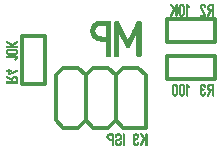
<source format=gbo>
%FSLAX35Y35*%
%MOIN*%
%TF.FileFunction,Legend,Bot*%
%ADD10C,0.00197*%
%ADD11C,0.00295*%
%ADD12C,0.00984*%
%ADD13C,0.01024*%
%ADD14C,0.01181*%
%ADD15C,0.01575*%
%ADD16C,0.01969*%
%ADD17C,0.02362*%
%ADD18C,0.03150*%
%ADD19C,0.05000*%
%AMR_20*21,1,0.00984,0.00984,0,0,0.000*%
%ADD20R_20*%
%AMR_21*21,1,0.01837,0.01837,0,0,0.000*%
%ADD21R_21*%
%AMR_22*21,1,0.01969,0.01969,0,0,0.000*%
%ADD22R_22*%
%AMOCT_23*4,1,8,0.015748,0.031496,0.007874,0.039370,-0.007874,0.039370,-0.015748,0.031496,-0.015748,-0.031496,-0.007874,-0.039370,0.007874,-0.039370,0.015748,-0.031496,0.015748,0.031496,90.000*%
%ADD23OCT_23*%
%AMOCT_24*4,1,8,0.023622,0.011811,0.011811,0.023622,-0.011811,0.023622,-0.023622,0.011811,-0.023622,-0.011811,-0.011811,-0.023622,0.011811,-0.023622,0.023622,-0.011811,0.023622,0.011811,0.000*%
%ADD24OCT_24*%
%AMOCT_25*4,1,8,0.031496,0.015748,0.015748,0.031496,-0.015748,0.031496,-0.031496,0.015748,-0.031496,-0.015748,-0.015748,-0.031496,0.015748,-0.031496,0.031496,-0.015748,0.031496,0.015748,180.000*%
%ADD25OCT_25*%
%AMOCT_26*4,1,8,0.035433,0.017717,0.017717,0.035433,-0.017717,0.035433,-0.035433,0.017717,-0.035433,-0.017717,-0.017717,-0.035433,0.017717,-0.035433,0.035433,-0.017717,0.035433,0.017717,0.000*%
%ADD26OCT_26*%
%AMOCT_27*4,1,8,0.035433,0.017717,0.017717,0.035433,-0.017717,0.035433,-0.035433,0.017717,-0.035433,-0.017717,-0.017717,-0.035433,0.017717,-0.035433,0.035433,-0.017717,0.035433,0.017717,90.000*%
%ADD27OCT_27*%
%AMRR_28*21,1,0.03150,0.04409,0,0,270.000*21,1,0.02835,0.04724,0,0,270.000*1,1,0.00315,0.02205,-0.01417*1,1,0.00315,-0.02205,0.01417*1,1,0.00315,-0.02205,-0.01417*1,1,0.00315,0.02205,0.01417*%
%ADD28RR_28*%
%AMRR_29*21,1,0.03150,0.07244,0,0,90.000*21,1,0.02520,0.07874,0,0,90.000*1,1,0.00630,-0.03622,0.01260*1,1,0.00630,0.03622,-0.01260*1,1,0.00630,0.03622,0.01260*1,1,0.00630,-0.03622,-0.01260*%
%ADD29RR_29*%
%AMRR_30*21,1,0.04331,0.06654,0,0,270.000*21,1,0.03898,0.07087,0,0,270.000*1,1,0.00433,0.03327,-0.01949*1,1,0.00433,-0.03327,0.01949*1,1,0.00433,-0.03327,-0.01949*1,1,0.00433,0.03327,0.01949*%
%ADD30RR_30*%
%AMRR_31*21,1,0.05512,0.04961,0,0,0.000*21,1,0.04961,0.05512,0,0,0.000*1,1,0.00551,0.02480,0.02480*1,1,0.00551,-0.02480,-0.02480*1,1,0.00551,0.02480,-0.02480*1,1,0.00551,-0.02480,0.02480*%
%ADD31RR_31*%
%AMRR_32*21,1,0.05512,0.04961,0,0,180.000*21,1,0.04961,0.05512,0,0,180.000*1,1,0.00551,-0.02480,-0.02480*1,1,0.00551,0.02480,0.02480*1,1,0.00551,-0.02480,0.02480*1,1,0.00551,0.02480,-0.02480*%
%ADD32RR_32*%
%AMRR_33*21,1,0.05512,0.04961,0,0,270.000*21,1,0.04961,0.05512,0,0,270.000*1,1,0.00551,0.02480,-0.02480*1,1,0.00551,-0.02480,0.02480*1,1,0.00551,-0.02480,-0.02480*1,1,0.00551,0.02480,0.02480*%
%ADD33RR_33*%
%AMRR_34*21,1,0.06299,0.05039,0,0,180.000*21,1,0.05039,0.06299,0,0,180.000*1,1,0.01260,-0.02520,-0.02520*1,1,0.01260,0.02520,0.02520*1,1,0.01260,-0.02520,0.02520*1,1,0.01260,0.02520,-0.02520*%
%ADD34RR_34*%
%AMRR_35*21,1,0.07087,0.05669,0,0,0.000*21,1,0.05669,0.07087,0,0,0.000*1,1,0.01417,0.02835,0.02835*1,1,0.01417,-0.02835,-0.02835*1,1,0.01417,0.02835,-0.02835*1,1,0.01417,-0.02835,0.02835*%
%ADD35RR_35*%
%AMRR_36*21,1,0.07087,0.05669,0,0,90.000*21,1,0.05669,0.07087,0,0,90.000*1,1,0.01417,-0.02835,0.02835*1,1,0.01417,0.02835,-0.02835*1,1,0.01417,0.02835,0.02835*1,1,0.01417,-0.02835,-0.02835*%
%ADD36RR_36*%
%AMRR_37*21,1,0.13780,0.07087,0,0,180.000*21,1,0.12992,0.07874,0,0,180.000*1,1,0.00787,-0.06496,-0.03543*1,1,0.00787,0.06496,0.03543*1,1,0.00787,-0.06496,0.03543*1,1,0.00787,0.06496,-0.03543*%
%ADD37RR_37*%
G54D10*
X82047Y26937D02*
X82047Y23394D01*
X82105Y23255D01*
X82244Y23197D01*
X82383Y23255D01*
X82441Y23394D01*
X82441Y26937D01*
X82383Y27076D01*
X82244Y27134D01*
X82105Y27076D01*
X82047Y26937D01*
X82063Y23355D02*
X82424Y23355D01*
X82047Y23512D02*
X82441Y23512D01*
X82047Y23669D02*
X82441Y23669D01*
X82047Y23827D02*
X82441Y23827D01*
X82047Y23984D02*
X82441Y23984D01*
X82047Y24142D02*
X82441Y24142D01*
X82047Y24299D02*
X82441Y24299D01*
X82047Y24457D02*
X82441Y24457D01*
X82047Y24614D02*
X82441Y24614D01*
X82047Y24772D02*
X82441Y24772D01*
X82047Y24929D02*
X82441Y24929D01*
X82047Y25087D02*
X82441Y25087D01*
X82047Y25244D02*
X82441Y25244D01*
X82047Y25402D02*
X82441Y25402D01*
X82047Y25559D02*
X82441Y25559D01*
X82047Y25717D02*
X82441Y25717D01*
X82047Y25874D02*
X82441Y25874D01*
X82047Y26032D02*
X82441Y26032D01*
X82047Y26189D02*
X82441Y26189D01*
X82047Y26347D02*
X82441Y26347D01*
X82047Y26504D02*
X82441Y26504D01*
X82047Y26662D02*
X82441Y26662D01*
X82047Y26819D02*
X82441Y26819D01*
X82063Y26977D02*
X82424Y26977D01*
X82244Y27134D02*
X82244Y27134D01*
X81378Y26740D02*
X82244Y26740D01*
X82383Y26798D01*
X82441Y26937D01*
X82383Y27076D01*
X82244Y27134D01*
X81378Y27134D01*
X81239Y27076D01*
X81181Y26937D01*
X81239Y26798D01*
X81378Y26740D01*
X81197Y26898D02*
X82424Y26898D01*
X81230Y27055D02*
X82392Y27055D01*
X80986Y26648D02*
X81429Y26767D01*
X81548Y26858D01*
X81568Y27008D01*
X81476Y27127D01*
X81327Y27147D01*
X80884Y27028D01*
X80764Y26937D01*
X80745Y26787D01*
X80836Y26668D01*
X80986Y26648D01*
X80747Y26806D02*
X81479Y26806D01*
X80799Y26963D02*
X81562Y26963D01*
X81228Y27120D02*
X81481Y27120D01*
X80750Y26375D02*
X81074Y26699D01*
X81132Y26838D01*
X81074Y26977D01*
X80935Y27035D01*
X80796Y26977D01*
X80471Y26653D01*
X80414Y26514D01*
X80471Y26375D01*
X80611Y26317D01*
X80750Y26375D01*
X80430Y26475D02*
X80850Y26475D01*
X80463Y26632D02*
X81007Y26632D01*
X80608Y26790D02*
X81112Y26790D01*
X80765Y26947D02*
X81087Y26947D01*
X80682Y26020D02*
X80801Y26463D01*
X80781Y26612D01*
X80662Y26704D01*
X80512Y26684D01*
X80421Y26565D01*
X80302Y26122D01*
X80322Y25973D01*
X80441Y25881D01*
X80590Y25901D01*
X80682Y26020D01*
X80313Y26038D02*
X80687Y26038D01*
X80322Y26196D02*
X80729Y26196D01*
X80364Y26353D02*
X80771Y26353D01*
X80406Y26511D02*
X80795Y26511D01*
X80500Y26668D02*
X80708Y26668D01*
X80801Y25679D02*
X80682Y26122D01*
X80590Y26242D01*
X80441Y26261D01*
X80322Y26169D01*
X80302Y26020D01*
X80421Y25577D01*
X80512Y25458D01*
X80662Y25438D01*
X80781Y25530D01*
X80801Y25679D01*
X80416Y25595D02*
X80790Y25595D01*
X80373Y25753D02*
X80781Y25753D01*
X80331Y25910D02*
X80739Y25910D01*
X80308Y26068D02*
X80697Y26068D01*
X80394Y26225D02*
X80603Y26225D01*
X81074Y25443D02*
X80750Y25767D01*
X80611Y25825D01*
X80471Y25767D01*
X80414Y25628D01*
X80471Y25489D01*
X80796Y25165D01*
X80935Y25107D01*
X81074Y25165D01*
X81132Y25304D01*
X81074Y25443D01*
X80696Y25265D02*
X81115Y25265D01*
X80538Y25422D02*
X81083Y25422D01*
X80434Y25579D02*
X80938Y25579D01*
X80459Y25737D02*
X80780Y25737D01*
X81429Y25375D02*
X80986Y25494D01*
X80836Y25474D01*
X80745Y25355D01*
X80764Y25205D01*
X80884Y25114D01*
X81327Y24995D01*
X81476Y25015D01*
X81568Y25134D01*
X81548Y25284D01*
X81429Y25375D01*
X80833Y25153D02*
X81566Y25153D01*
X80751Y25310D02*
X81514Y25310D01*
X80831Y25468D02*
X81085Y25468D01*
X82244Y25362D02*
X81378Y25362D01*
X81239Y25305D01*
X81181Y25166D01*
X81239Y25026D01*
X81378Y24969D01*
X82244Y24969D01*
X82383Y25026D01*
X82441Y25166D01*
X82383Y25305D01*
X82244Y25362D01*
X81197Y25126D02*
X82424Y25126D01*
X81230Y25284D02*
X82392Y25284D01*
X80648Y23304D02*
X81553Y25076D01*
X81565Y25226D01*
X81467Y25341D01*
X81317Y25353D01*
X81203Y25255D01*
X80297Y23483D01*
X80285Y23333D01*
X80383Y23219D01*
X80533Y23207D01*
X80648Y23304D01*
X80287Y23364D02*
X80678Y23364D01*
X80316Y23522D02*
X80759Y23522D01*
X80397Y23679D02*
X80839Y23679D01*
X80477Y23837D02*
X80920Y23837D01*
X80558Y23994D02*
X81000Y23994D01*
X80638Y24151D02*
X81081Y24151D01*
X80719Y24309D02*
X81161Y24309D01*
X80799Y24466D02*
X81242Y24466D01*
X80880Y24624D02*
X81322Y24624D01*
X80960Y24781D02*
X81403Y24781D01*
X81041Y24939D02*
X81483Y24939D01*
X81121Y25096D02*
X81555Y25096D01*
X81202Y25254D02*
X81541Y25254D01*
X78356Y23799D02*
X78261Y24153D01*
X78169Y24273D01*
X78020Y24293D01*
X77900Y24201D01*
X77881Y24052D01*
X77976Y23697D01*
X78067Y23578D01*
X78217Y23558D01*
X78336Y23650D01*
X78356Y23799D01*
X77971Y23716D02*
X78345Y23716D01*
X77928Y23873D02*
X78336Y23873D01*
X77886Y24031D02*
X78294Y24031D01*
X77899Y24188D02*
X78234Y24188D01*
X78564Y23628D02*
X78305Y23887D01*
X78166Y23945D01*
X78026Y23887D01*
X77969Y23748D01*
X78026Y23609D01*
X78286Y23350D01*
X78425Y23292D01*
X78564Y23350D01*
X78622Y23489D01*
X78564Y23628D01*
X78186Y23449D02*
X78606Y23449D01*
X78029Y23607D02*
X78573Y23607D01*
X77976Y23764D02*
X78428Y23764D01*
X78110Y23922D02*
X78222Y23922D01*
X78830Y23584D02*
X78476Y23679D01*
X78327Y23659D01*
X78235Y23540D01*
X78255Y23390D01*
X78374Y23299D01*
X78728Y23204D01*
X78878Y23223D01*
X78970Y23343D01*
X78950Y23492D01*
X78830Y23584D01*
X78293Y23361D02*
X78967Y23361D01*
X78238Y23519D02*
X78915Y23519D01*
X78455Y23676D02*
X78486Y23676D01*
X79083Y23679D02*
X78728Y23584D01*
X78609Y23492D01*
X78589Y23343D01*
X78681Y23223D01*
X78830Y23204D01*
X79185Y23299D01*
X79304Y23390D01*
X79324Y23540D01*
X79232Y23659D01*
X79083Y23679D01*
X78592Y23361D02*
X79266Y23361D01*
X78643Y23519D02*
X79321Y23519D01*
X79072Y23676D02*
X79104Y23676D01*
X79254Y23887D02*
X78995Y23628D01*
X78937Y23489D01*
X78995Y23350D01*
X79134Y23292D01*
X79273Y23350D01*
X79532Y23609D01*
X79590Y23748D01*
X79532Y23887D01*
X79393Y23945D01*
X79254Y23887D01*
X78953Y23449D02*
X79373Y23449D01*
X78986Y23607D02*
X79530Y23607D01*
X79131Y23764D02*
X79583Y23764D01*
X79337Y23922D02*
X79449Y23922D01*
X79298Y24153D02*
X79203Y23799D01*
X79223Y23650D01*
X79342Y23558D01*
X79492Y23578D01*
X79583Y23697D01*
X79678Y24052D01*
X79659Y24201D01*
X79539Y24293D01*
X79390Y24273D01*
X79298Y24153D01*
X79214Y23716D02*
X79588Y23716D01*
X79223Y23873D02*
X79630Y23873D01*
X79265Y24031D02*
X79673Y24031D01*
X79324Y24188D02*
X79660Y24188D01*
X78268Y24103D02*
X78268Y24614D01*
X78210Y24754D01*
X78071Y24811D01*
X77932Y24754D01*
X77874Y24614D01*
X77874Y24103D01*
X77932Y23963D01*
X78071Y23906D01*
X78210Y23963D01*
X78268Y24103D01*
X77890Y24063D02*
X78251Y24063D01*
X77874Y24221D02*
X78268Y24221D01*
X77874Y24378D02*
X78268Y24378D01*
X77874Y24536D02*
X78268Y24536D01*
X77906Y24693D02*
X78235Y24693D01*
X78476Y25038D02*
X78830Y25133D01*
X78950Y25225D01*
X78970Y25374D01*
X78878Y25493D01*
X78728Y25513D01*
X78374Y25418D01*
X78255Y25327D01*
X78235Y25177D01*
X78327Y25058D01*
X78476Y25038D01*
X78237Y25195D02*
X78912Y25195D01*
X78289Y25353D02*
X78967Y25353D01*
X78718Y25510D02*
X78750Y25510D01*
X78305Y24829D02*
X78564Y25089D01*
X78622Y25228D01*
X78564Y25367D01*
X78425Y25425D01*
X78286Y25367D01*
X78026Y25108D01*
X77969Y24969D01*
X78026Y24829D01*
X78166Y24772D01*
X78305Y24829D01*
X77985Y24929D02*
X78405Y24929D01*
X78018Y25087D02*
X78562Y25087D01*
X78163Y25244D02*
X78615Y25244D01*
X78369Y25402D02*
X78481Y25402D01*
X78261Y24563D02*
X78356Y24918D01*
X78336Y25067D01*
X78217Y25159D01*
X78067Y25139D01*
X77976Y25020D01*
X77881Y24665D01*
X77900Y24516D01*
X78020Y24424D01*
X78169Y24444D01*
X78261Y24563D01*
X77892Y24582D02*
X78266Y24582D01*
X77900Y24739D02*
X78308Y24739D01*
X77943Y24897D02*
X78350Y24897D01*
X78002Y25054D02*
X78338Y25054D01*
X78779Y25126D02*
X78976Y25126D01*
X79115Y25184D01*
X79173Y25323D01*
X79115Y25462D01*
X78976Y25520D01*
X78779Y25520D01*
X78640Y25462D01*
X78583Y25323D01*
X78640Y25184D01*
X78779Y25126D01*
X78599Y25284D02*
X79157Y25284D01*
X78631Y25441D02*
X79124Y25441D01*
X78976Y25520D02*
X78779Y25520D01*
X78640Y25462D01*
X78583Y25323D01*
X78640Y25184D01*
X78779Y25126D01*
X78976Y25126D01*
X79115Y25184D01*
X79173Y25323D01*
X79115Y25462D01*
X78976Y25520D01*
X78599Y25284D02*
X79157Y25284D01*
X78631Y25441D02*
X79124Y25441D01*
X78350Y25750D02*
X78262Y26117D01*
X78174Y26239D01*
X78025Y26263D01*
X77903Y26174D01*
X77879Y26025D01*
X77967Y25658D01*
X78055Y25536D01*
X78204Y25513D01*
X78326Y25601D01*
X78350Y25750D01*
X77964Y25670D02*
X78337Y25670D01*
X77926Y25828D02*
X78331Y25828D01*
X77889Y25985D02*
X78294Y25985D01*
X77898Y26143D02*
X78243Y26143D01*
X78561Y25566D02*
X78301Y25840D01*
X78164Y25901D01*
X78023Y25847D01*
X77962Y25710D01*
X78015Y25569D01*
X78275Y25295D01*
X78412Y25234D01*
X78553Y25287D01*
X78615Y25425D01*
X78561Y25566D01*
X78184Y25391D02*
X78599Y25391D01*
X78035Y25549D02*
X78567Y25549D01*
X77963Y25706D02*
X78428Y25706D01*
X78066Y25864D02*
X78248Y25864D01*
X78835Y25512D02*
X78474Y25619D01*
X78324Y25603D01*
X78229Y25486D01*
X78245Y25337D01*
X78362Y25242D01*
X78723Y25134D01*
X78873Y25150D01*
X78968Y25267D01*
X78952Y25417D01*
X78835Y25512D01*
X78300Y25292D02*
X78966Y25292D01*
X78233Y25449D02*
X78912Y25449D01*
X78356Y25607D02*
X78515Y25607D01*
X78268Y26071D02*
X78268Y26229D01*
X78210Y26368D01*
X78071Y26425D01*
X77932Y26368D01*
X77874Y26229D01*
X77874Y26071D01*
X77932Y25932D01*
X78071Y25874D01*
X78210Y25932D01*
X78268Y26071D01*
X77890Y26032D02*
X78251Y26032D01*
X77874Y26189D02*
X78268Y26189D01*
X77923Y26347D02*
X78219Y26347D01*
X79203Y26532D02*
X79298Y26178D01*
X79390Y26058D01*
X79539Y26038D01*
X79659Y26130D01*
X79678Y26279D01*
X79583Y26634D01*
X79492Y26753D01*
X79342Y26773D01*
X79223Y26681D01*
X79203Y26532D01*
X79293Y26196D02*
X79667Y26196D01*
X79251Y26353D02*
X79658Y26353D01*
X79209Y26511D02*
X79616Y26511D01*
X79221Y26668D02*
X79557Y26668D01*
X78995Y26703D02*
X79254Y26444D01*
X79393Y26386D01*
X79532Y26444D01*
X79590Y26583D01*
X79532Y26722D01*
X79273Y26981D01*
X79134Y27039D01*
X78995Y26981D01*
X78937Y26842D01*
X78995Y26703D01*
X79154Y26543D02*
X79574Y26543D01*
X78997Y26701D02*
X79541Y26701D01*
X78944Y26858D02*
X79396Y26858D01*
X79078Y27016D02*
X79190Y27016D01*
X78728Y26747D02*
X79083Y26652D01*
X79232Y26672D01*
X79324Y26791D01*
X79304Y26941D01*
X79185Y27032D01*
X78830Y27127D01*
X78681Y27108D01*
X78589Y26988D01*
X78609Y26839D01*
X78728Y26747D01*
X78647Y26810D02*
X79321Y26810D01*
X78592Y26967D02*
X79270Y26967D01*
X78809Y27125D02*
X78841Y27125D01*
X78476Y26652D02*
X78830Y26747D01*
X78950Y26839D01*
X78970Y26988D01*
X78878Y27108D01*
X78728Y27127D01*
X78374Y27032D01*
X78255Y26941D01*
X78235Y26791D01*
X78327Y26672D01*
X78476Y26652D01*
X78237Y26810D02*
X78912Y26810D01*
X78289Y26967D02*
X78967Y26967D01*
X78718Y27125D02*
X78750Y27125D01*
X78305Y26444D02*
X78564Y26703D01*
X78622Y26842D01*
X78564Y26981D01*
X78425Y27039D01*
X78286Y26981D01*
X78026Y26722D01*
X77969Y26583D01*
X78026Y26444D01*
X78166Y26386D01*
X78305Y26444D01*
X77985Y26543D02*
X78405Y26543D01*
X78018Y26701D02*
X78562Y26701D01*
X78163Y26858D02*
X78615Y26858D01*
X78369Y27016D02*
X78481Y27016D01*
X78261Y26178D02*
X78356Y26532D01*
X78336Y26681D01*
X78217Y26773D01*
X78067Y26753D01*
X77976Y26634D01*
X77881Y26279D01*
X77900Y26130D01*
X78020Y26038D01*
X78169Y26058D01*
X78261Y26178D01*
X77892Y26196D02*
X78266Y26196D01*
X77900Y26353D02*
X78308Y26353D01*
X77943Y26511D02*
X78350Y26511D01*
X78002Y26668D02*
X78338Y26668D01*
X73408Y26798D02*
X74116Y26089D01*
X74255Y26032D01*
X74395Y26089D01*
X74452Y26229D01*
X74395Y26368D01*
X73686Y27076D01*
X73547Y27134D01*
X73408Y27076D01*
X73350Y26937D01*
X73408Y26798D01*
X74016Y26189D02*
X74436Y26189D01*
X73859Y26347D02*
X74403Y26347D01*
X73701Y26504D02*
X74258Y26504D01*
X73544Y26662D02*
X74101Y26662D01*
X73399Y26819D02*
X73943Y26819D01*
X73366Y26977D02*
X73786Y26977D01*
X73547Y27134D02*
X73547Y27134D01*
X73744Y23394D02*
X73744Y26937D01*
X73686Y27076D01*
X73547Y27134D01*
X73408Y27076D01*
X73350Y26937D01*
X73350Y23394D01*
X73408Y23255D01*
X73547Y23197D01*
X73686Y23255D01*
X73744Y23394D01*
X73366Y23355D02*
X73727Y23355D01*
X73350Y23512D02*
X73744Y23512D01*
X73350Y23669D02*
X73744Y23669D01*
X73350Y23827D02*
X73744Y23827D01*
X73350Y23984D02*
X73744Y23984D01*
X73350Y24142D02*
X73744Y24142D01*
X73350Y24299D02*
X73744Y24299D01*
X73350Y24457D02*
X73744Y24457D01*
X73350Y24614D02*
X73744Y24614D01*
X73350Y24772D02*
X73744Y24772D01*
X73350Y24929D02*
X73744Y24929D01*
X73350Y25087D02*
X73744Y25087D01*
X73350Y25244D02*
X73744Y25244D01*
X73350Y25402D02*
X73744Y25402D01*
X73350Y25559D02*
X73744Y25559D01*
X73350Y25717D02*
X73744Y25717D01*
X73350Y25874D02*
X73744Y25874D01*
X73350Y26032D02*
X73744Y26032D01*
X73350Y26189D02*
X73744Y26189D01*
X73350Y26347D02*
X73744Y26347D01*
X73350Y26504D02*
X73744Y26504D01*
X73350Y26662D02*
X73744Y26662D01*
X73350Y26819D02*
X73744Y26819D01*
X73366Y26977D02*
X73727Y26977D01*
X73547Y27134D02*
X73547Y27134D01*
X71342Y24103D02*
X71342Y26229D01*
X71284Y26368D01*
X71145Y26425D01*
X71006Y26368D01*
X70948Y26229D01*
X70948Y24103D01*
X71006Y23963D01*
X71145Y23906D01*
X71284Y23963D01*
X71342Y24103D01*
X70965Y24063D02*
X71326Y24063D01*
X70948Y24221D02*
X71342Y24221D01*
X70948Y24378D02*
X71342Y24378D01*
X70948Y24536D02*
X71342Y24536D01*
X70948Y24693D02*
X71342Y24693D01*
X70948Y24851D02*
X71342Y24851D01*
X70948Y25008D02*
X71342Y25008D01*
X70948Y25166D02*
X71342Y25166D01*
X70948Y25323D02*
X71342Y25323D01*
X70948Y25480D02*
X71342Y25480D01*
X70948Y25638D02*
X71342Y25638D01*
X70948Y25795D02*
X71342Y25795D01*
X70948Y25953D02*
X71342Y25953D01*
X70948Y26110D02*
X71342Y26110D01*
X70965Y26268D02*
X71326Y26268D01*
X71145Y26425D02*
X71145Y26425D01*
X72277Y26532D02*
X72372Y26178D01*
X72464Y26058D01*
X72613Y26038D01*
X72733Y26130D01*
X72753Y26279D01*
X72658Y26634D01*
X72566Y26753D01*
X72417Y26773D01*
X72297Y26681D01*
X72277Y26532D01*
X72367Y26196D02*
X72742Y26196D01*
X72325Y26353D02*
X72733Y26353D01*
X72283Y26511D02*
X72691Y26511D01*
X72295Y26668D02*
X72631Y26668D01*
X72069Y26703D02*
X72328Y26444D01*
X72468Y26386D01*
X72607Y26444D01*
X72664Y26583D01*
X72607Y26722D01*
X72347Y26981D01*
X72208Y27039D01*
X72069Y26981D01*
X72011Y26842D01*
X72069Y26703D01*
X72228Y26543D02*
X72648Y26543D01*
X72071Y26701D02*
X72615Y26701D01*
X72018Y26858D02*
X72470Y26858D01*
X72152Y27016D02*
X72264Y27016D01*
X71803Y26747D02*
X72157Y26652D01*
X72307Y26672D01*
X72398Y26791D01*
X72379Y26941D01*
X72259Y27032D01*
X71905Y27127D01*
X71755Y27108D01*
X71664Y26988D01*
X71683Y26839D01*
X71803Y26747D01*
X71721Y26810D02*
X72396Y26810D01*
X71666Y26967D02*
X72344Y26967D01*
X71884Y27125D02*
X71915Y27125D01*
X71550Y26652D02*
X71905Y26747D01*
X72024Y26839D01*
X72044Y26988D01*
X71952Y27108D01*
X71803Y27127D01*
X71449Y27032D01*
X71329Y26941D01*
X71309Y26791D01*
X71401Y26672D01*
X71550Y26652D01*
X71312Y26810D02*
X71986Y26810D01*
X71363Y26967D02*
X72041Y26967D01*
X71792Y27125D02*
X71824Y27125D01*
X71379Y26444D02*
X71639Y26703D01*
X71696Y26842D01*
X71639Y26981D01*
X71499Y27039D01*
X71360Y26981D01*
X71101Y26722D01*
X71043Y26583D01*
X71101Y26444D01*
X71240Y26386D01*
X71379Y26444D01*
X71060Y26543D02*
X71479Y26543D01*
X71092Y26701D02*
X71637Y26701D01*
X71237Y26858D02*
X71690Y26858D01*
X71444Y27016D02*
X71555Y27016D01*
X71335Y26178D02*
X71430Y26532D01*
X71411Y26681D01*
X71291Y26773D01*
X71142Y26753D01*
X71050Y26634D01*
X70955Y26279D01*
X70975Y26130D01*
X71094Y26038D01*
X71244Y26058D01*
X71335Y26178D01*
X70966Y26196D02*
X71340Y26196D01*
X70975Y26353D02*
X71382Y26353D01*
X71017Y26511D02*
X71425Y26511D01*
X71076Y26668D02*
X71412Y26668D01*
X72366Y26229D02*
X72366Y24103D01*
X72423Y23963D01*
X72562Y23906D01*
X72702Y23963D01*
X72759Y24103D01*
X72759Y26229D01*
X72702Y26368D01*
X72562Y26425D01*
X72423Y26368D01*
X72366Y26229D01*
X72382Y24063D02*
X72743Y24063D01*
X72366Y24221D02*
X72759Y24221D01*
X72366Y24378D02*
X72759Y24378D01*
X72366Y24536D02*
X72759Y24536D01*
X72366Y24693D02*
X72759Y24693D01*
X72366Y24851D02*
X72759Y24851D01*
X72366Y25008D02*
X72759Y25008D01*
X72366Y25166D02*
X72759Y25166D01*
X72366Y25323D02*
X72759Y25323D01*
X72366Y25480D02*
X72759Y25480D01*
X72366Y25638D02*
X72759Y25638D01*
X72366Y25795D02*
X72759Y25795D01*
X72366Y25953D02*
X72759Y25953D01*
X72366Y26110D02*
X72759Y26110D01*
X72382Y26268D02*
X72743Y26268D01*
X72562Y26425D02*
X72562Y26425D01*
X71430Y23799D02*
X71335Y24153D01*
X71244Y24273D01*
X71094Y24293D01*
X70975Y24201D01*
X70955Y24052D01*
X71050Y23697D01*
X71142Y23578D01*
X71291Y23558D01*
X71411Y23650D01*
X71430Y23799D01*
X71045Y23716D02*
X71419Y23716D01*
X71003Y23873D02*
X71410Y23873D01*
X70961Y24031D02*
X71368Y24031D01*
X70973Y24188D02*
X71309Y24188D01*
X71639Y23628D02*
X71379Y23887D01*
X71240Y23945D01*
X71101Y23887D01*
X71043Y23748D01*
X71101Y23609D01*
X71360Y23350D01*
X71499Y23292D01*
X71639Y23350D01*
X71696Y23489D01*
X71639Y23628D01*
X71260Y23449D02*
X71680Y23449D01*
X71103Y23607D02*
X71647Y23607D01*
X71050Y23764D02*
X71502Y23764D01*
X71184Y23922D02*
X71296Y23922D01*
X71905Y23584D02*
X71550Y23679D01*
X71401Y23659D01*
X71309Y23540D01*
X71329Y23390D01*
X71449Y23299D01*
X71803Y23204D01*
X71952Y23223D01*
X72044Y23343D01*
X72024Y23492D01*
X71905Y23584D01*
X71367Y23361D02*
X72042Y23361D01*
X71312Y23519D02*
X71990Y23519D01*
X71529Y23676D02*
X71561Y23676D01*
X72157Y23679D02*
X71803Y23584D01*
X71683Y23492D01*
X71664Y23343D01*
X71755Y23223D01*
X71905Y23204D01*
X72259Y23299D01*
X72379Y23390D01*
X72398Y23540D01*
X72307Y23659D01*
X72157Y23679D01*
X71666Y23361D02*
X72341Y23361D01*
X71718Y23519D02*
X72395Y23519D01*
X72147Y23676D02*
X72178Y23676D01*
X72328Y23887D02*
X72069Y23628D01*
X72011Y23489D01*
X72069Y23350D01*
X72208Y23292D01*
X72347Y23350D01*
X72607Y23609D01*
X72664Y23748D01*
X72607Y23887D01*
X72468Y23945D01*
X72328Y23887D01*
X72028Y23449D02*
X72447Y23449D01*
X72060Y23607D02*
X72605Y23607D01*
X72205Y23764D02*
X72658Y23764D01*
X72412Y23922D02*
X72523Y23922D01*
X72372Y24153D02*
X72277Y23799D01*
X72297Y23650D01*
X72417Y23558D01*
X72566Y23578D01*
X72658Y23697D01*
X72753Y24052D01*
X72733Y24201D01*
X72613Y24293D01*
X72464Y24273D01*
X72372Y24153D01*
X72288Y23716D02*
X72663Y23716D01*
X72297Y23873D02*
X72705Y23873D01*
X72339Y24031D02*
X72747Y24031D01*
X72399Y24188D02*
X72735Y24188D01*
X68940Y24103D02*
X68940Y26229D01*
X68883Y26368D01*
X68744Y26425D01*
X68604Y26368D01*
X68547Y26229D01*
X68547Y24103D01*
X68604Y23963D01*
X68744Y23906D01*
X68883Y23963D01*
X68940Y24103D01*
X68563Y24063D02*
X68924Y24063D01*
X68547Y24221D02*
X68940Y24221D01*
X68547Y24378D02*
X68940Y24378D01*
X68547Y24536D02*
X68940Y24536D01*
X68547Y24693D02*
X68940Y24693D01*
X68547Y24851D02*
X68940Y24851D01*
X68547Y25008D02*
X68940Y25008D01*
X68547Y25166D02*
X68940Y25166D01*
X68547Y25323D02*
X68940Y25323D01*
X68547Y25480D02*
X68940Y25480D01*
X68547Y25638D02*
X68940Y25638D01*
X68547Y25795D02*
X68940Y25795D01*
X68547Y25953D02*
X68940Y25953D01*
X68547Y26110D02*
X68940Y26110D01*
X68563Y26268D02*
X68924Y26268D01*
X68744Y26425D02*
X68744Y26425D01*
X69876Y26532D02*
X69971Y26178D01*
X70062Y26058D01*
X70212Y26038D01*
X70331Y26130D01*
X70351Y26279D01*
X70256Y26634D01*
X70164Y26753D01*
X70015Y26773D01*
X69895Y26681D01*
X69876Y26532D01*
X69966Y26196D02*
X70340Y26196D01*
X69924Y26353D02*
X70331Y26353D01*
X69881Y26511D02*
X70289Y26511D01*
X69894Y26668D02*
X70230Y26668D01*
X69667Y26703D02*
X69927Y26444D01*
X70066Y26386D01*
X70205Y26444D01*
X70263Y26583D01*
X70205Y26722D01*
X69946Y26981D01*
X69807Y27039D01*
X69667Y26981D01*
X69610Y26842D01*
X69667Y26703D01*
X69827Y26543D02*
X70246Y26543D01*
X69669Y26701D02*
X70214Y26701D01*
X69616Y26858D02*
X70069Y26858D01*
X69751Y27016D02*
X69862Y27016D01*
X69401Y26747D02*
X69756Y26652D01*
X69905Y26672D01*
X69997Y26791D01*
X69977Y26941D01*
X69857Y27032D01*
X69503Y27127D01*
X69354Y27108D01*
X69262Y26988D01*
X69282Y26839D01*
X69401Y26747D01*
X69320Y26810D02*
X69994Y26810D01*
X69265Y26967D02*
X69943Y26967D01*
X69482Y27125D02*
X69514Y27125D01*
X69149Y26652D02*
X69503Y26747D01*
X69623Y26839D01*
X69642Y26988D01*
X69551Y27108D01*
X69401Y27127D01*
X69047Y27032D01*
X68927Y26941D01*
X68908Y26791D01*
X68999Y26672D01*
X69149Y26652D01*
X68910Y26810D02*
X69585Y26810D01*
X68962Y26967D02*
X69640Y26967D01*
X69391Y27125D02*
X69422Y27125D01*
X68978Y26444D02*
X69237Y26703D01*
X69295Y26842D01*
X69237Y26981D01*
X69098Y27039D01*
X68959Y26981D01*
X68699Y26722D01*
X68642Y26583D01*
X68699Y26444D01*
X68838Y26386D01*
X68978Y26444D01*
X68658Y26543D02*
X69078Y26543D01*
X68691Y26701D02*
X69235Y26701D01*
X68836Y26858D02*
X69288Y26858D01*
X69042Y27016D02*
X69154Y27016D01*
X68934Y26178D02*
X69029Y26532D01*
X69009Y26681D01*
X68889Y26773D01*
X68740Y26753D01*
X68648Y26634D01*
X68553Y26279D01*
X68573Y26130D01*
X68693Y26038D01*
X68842Y26058D01*
X68934Y26178D01*
X68564Y26196D02*
X68939Y26196D01*
X68573Y26353D02*
X68981Y26353D01*
X68615Y26511D02*
X69023Y26511D01*
X68675Y26668D02*
X69011Y26668D01*
X69964Y26229D02*
X69964Y24103D01*
X70022Y23963D01*
X70161Y23906D01*
X70300Y23963D01*
X70358Y24103D01*
X70358Y26229D01*
X70300Y26368D01*
X70161Y26425D01*
X70022Y26368D01*
X69964Y26229D01*
X69980Y24063D02*
X70341Y24063D01*
X69964Y24221D02*
X70358Y24221D01*
X69964Y24378D02*
X70358Y24378D01*
X69964Y24536D02*
X70358Y24536D01*
X69964Y24693D02*
X70358Y24693D01*
X69964Y24851D02*
X70358Y24851D01*
X69964Y25008D02*
X70358Y25008D01*
X69964Y25166D02*
X70358Y25166D01*
X69964Y25323D02*
X70358Y25323D01*
X69964Y25480D02*
X70358Y25480D01*
X69964Y25638D02*
X70358Y25638D01*
X69964Y25795D02*
X70358Y25795D01*
X69964Y25953D02*
X70358Y25953D01*
X69964Y26110D02*
X70358Y26110D01*
X69980Y26268D02*
X70341Y26268D01*
X70161Y26425D02*
X70161Y26425D01*
X69029Y23799D02*
X68934Y24153D01*
X68842Y24273D01*
X68693Y24293D01*
X68573Y24201D01*
X68553Y24052D01*
X68648Y23697D01*
X68740Y23578D01*
X68889Y23558D01*
X69009Y23650D01*
X69029Y23799D01*
X68643Y23716D02*
X69018Y23716D01*
X68601Y23873D02*
X69009Y23873D01*
X68559Y24031D02*
X68967Y24031D01*
X68571Y24188D02*
X68907Y24188D01*
X69237Y23628D02*
X68978Y23887D01*
X68838Y23945D01*
X68699Y23887D01*
X68642Y23748D01*
X68699Y23609D01*
X68959Y23350D01*
X69098Y23292D01*
X69237Y23350D01*
X69295Y23489D01*
X69237Y23628D01*
X68859Y23449D02*
X69278Y23449D01*
X68701Y23607D02*
X69246Y23607D01*
X68648Y23764D02*
X69101Y23764D01*
X68783Y23922D02*
X68894Y23922D01*
X69503Y23584D02*
X69149Y23679D01*
X68999Y23659D01*
X68908Y23540D01*
X68927Y23390D01*
X69047Y23299D01*
X69401Y23204D01*
X69551Y23223D01*
X69642Y23343D01*
X69623Y23492D01*
X69503Y23584D01*
X68965Y23361D02*
X69640Y23361D01*
X68911Y23519D02*
X69588Y23519D01*
X69128Y23676D02*
X69159Y23676D01*
X69756Y23679D02*
X69401Y23584D01*
X69282Y23492D01*
X69262Y23343D01*
X69354Y23223D01*
X69503Y23204D01*
X69857Y23299D01*
X69977Y23390D01*
X69997Y23540D01*
X69905Y23659D01*
X69756Y23679D01*
X69264Y23361D02*
X69939Y23361D01*
X69316Y23519D02*
X69994Y23519D01*
X69745Y23676D02*
X69777Y23676D01*
X69927Y23887D02*
X69667Y23628D01*
X69610Y23489D01*
X69667Y23350D01*
X69807Y23292D01*
X69946Y23350D01*
X70205Y23609D01*
X70263Y23748D01*
X70205Y23887D01*
X70066Y23945D01*
X69927Y23887D01*
X69626Y23449D02*
X70046Y23449D01*
X69659Y23607D02*
X70203Y23607D01*
X69804Y23764D02*
X70256Y23764D01*
X70010Y23922D02*
X70122Y23922D01*
X69971Y24153D02*
X69876Y23799D01*
X69895Y23650D01*
X70015Y23558D01*
X70164Y23578D01*
X70256Y23697D01*
X70351Y24052D01*
X70331Y24201D01*
X70212Y24293D01*
X70062Y24273D01*
X69971Y24153D01*
X69887Y23716D02*
X70261Y23716D01*
X69896Y23873D02*
X70303Y23873D01*
X69938Y24031D02*
X70345Y24031D01*
X69997Y24188D02*
X70333Y24188D01*
X82091Y53524D02*
X82091Y49981D01*
X82148Y49842D01*
X82288Y49784D01*
X82427Y49842D01*
X82484Y49981D01*
X82484Y53524D01*
X82427Y53664D01*
X82288Y53721D01*
X82148Y53664D01*
X82091Y53524D01*
X82107Y49942D02*
X82468Y49942D01*
X82091Y50099D02*
X82484Y50099D01*
X82091Y50257D02*
X82484Y50257D01*
X82091Y50414D02*
X82484Y50414D01*
X82091Y50572D02*
X82484Y50572D01*
X82091Y50729D02*
X82484Y50729D01*
X82091Y50887D02*
X82484Y50887D01*
X82091Y51044D02*
X82484Y51044D01*
X82091Y51202D02*
X82484Y51202D01*
X82091Y51359D02*
X82484Y51359D01*
X82091Y51517D02*
X82484Y51517D01*
X82091Y51674D02*
X82484Y51674D01*
X82091Y51831D02*
X82484Y51831D01*
X82091Y51989D02*
X82484Y51989D01*
X82091Y52146D02*
X82484Y52146D01*
X82091Y52304D02*
X82484Y52304D01*
X82091Y52461D02*
X82484Y52461D01*
X82091Y52619D02*
X82484Y52619D01*
X82091Y52776D02*
X82484Y52776D01*
X82091Y52934D02*
X82484Y52934D01*
X82091Y53091D02*
X82484Y53091D01*
X82091Y53249D02*
X82484Y53249D01*
X82091Y53406D02*
X82484Y53406D01*
X82107Y53564D02*
X82468Y53564D01*
X82288Y53721D02*
X82288Y53721D01*
X81421Y53328D02*
X82288Y53328D01*
X82427Y53385D01*
X82484Y53524D01*
X82427Y53664D01*
X82288Y53721D01*
X81421Y53721D01*
X81282Y53664D01*
X81225Y53524D01*
X81282Y53385D01*
X81421Y53328D01*
X81241Y53485D02*
X82468Y53485D01*
X81273Y53643D02*
X82435Y53643D01*
X81029Y53235D02*
X81472Y53354D01*
X81592Y53446D01*
X81612Y53595D01*
X81520Y53715D01*
X81370Y53734D01*
X80928Y53616D01*
X80808Y53524D01*
X80788Y53374D01*
X80880Y53255D01*
X81029Y53235D01*
X80791Y53393D02*
X81523Y53393D01*
X80842Y53550D02*
X81606Y53550D01*
X81271Y53708D02*
X81525Y53708D01*
X80793Y52962D02*
X81118Y53286D01*
X81175Y53425D01*
X81118Y53565D01*
X80978Y53622D01*
X80839Y53565D01*
X80515Y53240D01*
X80457Y53101D01*
X80515Y52962D01*
X80654Y52904D01*
X80793Y52962D01*
X80474Y53062D02*
X80893Y53062D01*
X80506Y53219D02*
X81051Y53219D01*
X80651Y53377D02*
X81155Y53377D01*
X80809Y53534D02*
X81130Y53534D01*
X80726Y52607D02*
X80844Y53050D01*
X80825Y53200D01*
X80705Y53291D01*
X80556Y53272D01*
X80464Y53152D01*
X80345Y52709D01*
X80365Y52560D01*
X80485Y52468D01*
X80634Y52488D01*
X80726Y52607D01*
X80356Y52626D02*
X80731Y52626D01*
X80365Y52783D02*
X80773Y52783D01*
X80407Y52941D02*
X80815Y52941D01*
X80450Y53098D02*
X80838Y53098D01*
X80543Y53256D02*
X80752Y53256D01*
X80844Y52266D02*
X80726Y52709D01*
X80634Y52829D01*
X80485Y52848D01*
X80365Y52757D01*
X80345Y52607D01*
X80464Y52164D01*
X80556Y52045D01*
X80705Y52025D01*
X80825Y52117D01*
X80844Y52266D01*
X80459Y52183D02*
X80833Y52183D01*
X80417Y52340D02*
X80825Y52340D01*
X80375Y52498D02*
X80782Y52498D01*
X80352Y52655D02*
X80740Y52655D01*
X80438Y52813D02*
X80646Y52813D01*
X81118Y52030D02*
X80793Y52355D01*
X80654Y52412D01*
X80515Y52355D01*
X80457Y52215D01*
X80515Y52076D01*
X80839Y51752D01*
X80978Y51694D01*
X81118Y51752D01*
X81175Y51891D01*
X81118Y52030D01*
X80739Y51852D02*
X81159Y51852D01*
X80582Y52009D02*
X81126Y52009D01*
X80478Y52167D02*
X80981Y52167D01*
X80502Y52324D02*
X80824Y52324D01*
X81472Y51963D02*
X81029Y52081D01*
X80880Y52062D01*
X80788Y51942D01*
X80808Y51793D01*
X80928Y51701D01*
X81370Y51582D01*
X81520Y51602D01*
X81612Y51721D01*
X81592Y51871D01*
X81472Y51963D01*
X80877Y51740D02*
X81609Y51740D01*
X80794Y51897D02*
X81557Y51897D01*
X80875Y52055D02*
X81128Y52055D01*
X82288Y51950D02*
X81421Y51950D01*
X81282Y51892D01*
X81225Y51753D01*
X81282Y51614D01*
X81421Y51556D01*
X82288Y51556D01*
X82427Y51614D01*
X82484Y51753D01*
X82427Y51892D01*
X82288Y51950D01*
X81241Y51713D02*
X82468Y51713D01*
X81273Y51871D02*
X82435Y51871D01*
X80691Y49892D02*
X81597Y51663D01*
X81609Y51813D01*
X81511Y51928D01*
X81361Y51940D01*
X81246Y51842D01*
X80341Y50071D01*
X80329Y49921D01*
X80426Y49806D01*
X80576Y49794D01*
X80691Y49892D01*
X80331Y49951D02*
X80722Y49951D01*
X80360Y50109D02*
X80802Y50109D01*
X80441Y50266D02*
X80883Y50266D01*
X80521Y50424D02*
X80963Y50424D01*
X80602Y50581D02*
X81044Y50581D01*
X80682Y50739D02*
X81124Y50739D01*
X80763Y50896D02*
X81205Y50896D01*
X80843Y51054D02*
X81285Y51054D01*
X80923Y51211D02*
X81366Y51211D01*
X81004Y51369D02*
X81446Y51369D01*
X81084Y51526D02*
X81527Y51526D01*
X81165Y51684D02*
X81598Y51684D01*
X81245Y51841D02*
X81585Y51841D01*
X79247Y53119D02*
X79341Y52765D01*
X79433Y52645D01*
X79583Y52626D01*
X79702Y52717D01*
X79722Y52867D01*
X79627Y53221D01*
X79535Y53341D01*
X79386Y53360D01*
X79266Y53269D01*
X79247Y53119D01*
X79337Y52783D02*
X79711Y52783D01*
X79294Y52941D02*
X79702Y52941D01*
X79252Y53098D02*
X79660Y53098D01*
X79265Y53256D02*
X79600Y53256D01*
X79038Y53290D02*
X79297Y53031D01*
X79437Y52973D01*
X79576Y53031D01*
X79634Y53170D01*
X79576Y53309D01*
X79316Y53569D01*
X79177Y53626D01*
X79038Y53569D01*
X78980Y53429D01*
X79038Y53290D01*
X79198Y53131D02*
X79617Y53131D01*
X79040Y53288D02*
X79585Y53288D01*
X78987Y53446D02*
X79439Y53446D01*
X79121Y53603D02*
X79233Y53603D01*
X78772Y53334D02*
X79126Y53239D01*
X79276Y53259D01*
X79367Y53379D01*
X79348Y53528D01*
X79228Y53620D01*
X78874Y53715D01*
X78725Y53695D01*
X78633Y53575D01*
X78652Y53426D01*
X78772Y53334D01*
X78691Y53397D02*
X79365Y53397D01*
X78636Y53554D02*
X79313Y53554D01*
X78853Y53712D02*
X78884Y53712D01*
X78520Y53239D02*
X78874Y53334D01*
X78993Y53426D01*
X79013Y53575D01*
X78921Y53695D01*
X78772Y53715D01*
X78418Y53620D01*
X78298Y53528D01*
X78278Y53379D01*
X78370Y53259D01*
X78520Y53239D01*
X78281Y53397D02*
X78955Y53397D01*
X78333Y53554D02*
X79010Y53554D01*
X78762Y53712D02*
X78793Y53712D01*
X78348Y53031D02*
X78608Y53290D01*
X78665Y53429D01*
X78608Y53569D01*
X78469Y53626D01*
X78329Y53569D01*
X78070Y53309D01*
X78012Y53170D01*
X78070Y53031D01*
X78209Y52973D01*
X78348Y53031D01*
X78029Y53131D02*
X78448Y53131D01*
X78061Y53288D02*
X78606Y53288D01*
X78206Y53446D02*
X78659Y53446D01*
X78413Y53603D02*
X78525Y53603D01*
X78304Y52765D02*
X78399Y53119D01*
X78380Y53269D01*
X78260Y53360D01*
X78111Y53341D01*
X78019Y53221D01*
X77924Y52867D01*
X77944Y52717D01*
X78063Y52626D01*
X78213Y52645D01*
X78304Y52765D01*
X77935Y52783D02*
X78309Y52783D01*
X77944Y52941D02*
X78352Y52941D01*
X77986Y53098D02*
X78394Y53098D01*
X78046Y53256D02*
X78381Y53256D01*
X79708Y50069D02*
X78290Y52904D01*
X78177Y53002D01*
X78026Y52992D01*
X77928Y52878D01*
X77938Y52728D01*
X79356Y49893D01*
X79469Y49794D01*
X79620Y49805D01*
X79718Y49919D01*
X79708Y50069D01*
X79326Y49952D02*
X79716Y49952D01*
X79247Y50109D02*
X79688Y50109D01*
X79169Y50267D02*
X79609Y50267D01*
X79090Y50424D02*
X79530Y50424D01*
X79011Y50582D02*
X79451Y50582D01*
X78932Y50739D02*
X79373Y50739D01*
X78854Y50897D02*
X79294Y50897D01*
X78775Y51054D02*
X79215Y51054D01*
X78696Y51212D02*
X79136Y51212D01*
X78618Y51369D02*
X79058Y51369D01*
X78539Y51527D02*
X78979Y51527D01*
X78460Y51684D02*
X78900Y51684D01*
X78381Y51842D02*
X78821Y51842D01*
X78303Y51999D02*
X78743Y51999D01*
X78224Y52157D02*
X78664Y52157D01*
X78145Y52314D02*
X78585Y52314D01*
X78066Y52472D02*
X78507Y52472D01*
X77988Y52629D02*
X78428Y52629D01*
X77934Y52786D02*
X78349Y52786D01*
X77985Y52944D02*
X78244Y52944D01*
X78114Y49784D02*
X79532Y49784D01*
X79671Y49842D01*
X79728Y49981D01*
X79671Y50120D01*
X79532Y50178D01*
X78114Y50178D01*
X77975Y50120D01*
X77917Y49981D01*
X77975Y49842D01*
X78114Y49784D01*
X77934Y49942D02*
X79712Y49942D01*
X77966Y50099D02*
X79680Y50099D01*
X73267Y53385D02*
X73976Y52677D01*
X74115Y52619D01*
X74254Y52677D01*
X74312Y52816D01*
X74254Y52955D01*
X73545Y53664D01*
X73406Y53721D01*
X73267Y53664D01*
X73209Y53524D01*
X73267Y53385D01*
X73876Y52776D02*
X74295Y52776D01*
X73718Y52934D02*
X74263Y52934D01*
X73561Y53091D02*
X74118Y53091D01*
X73403Y53249D02*
X73960Y53249D01*
X73258Y53406D02*
X73803Y53406D01*
X73226Y53564D02*
X73645Y53564D01*
X73406Y53721D02*
X73406Y53721D01*
X73603Y49981D02*
X73603Y53524D01*
X73545Y53664D01*
X73406Y53721D01*
X73267Y53664D01*
X73209Y53524D01*
X73209Y49981D01*
X73267Y49842D01*
X73406Y49784D01*
X73545Y49842D01*
X73603Y49981D01*
X73226Y49942D02*
X73587Y49942D01*
X73209Y50099D02*
X73603Y50099D01*
X73209Y50257D02*
X73603Y50257D01*
X73209Y50414D02*
X73603Y50414D01*
X73209Y50572D02*
X73603Y50572D01*
X73209Y50729D02*
X73603Y50729D01*
X73209Y50887D02*
X73603Y50887D01*
X73209Y51044D02*
X73603Y51044D01*
X73209Y51202D02*
X73603Y51202D01*
X73209Y51359D02*
X73603Y51359D01*
X73209Y51517D02*
X73603Y51517D01*
X73209Y51674D02*
X73603Y51674D01*
X73209Y51831D02*
X73603Y51831D01*
X73209Y51989D02*
X73603Y51989D01*
X73209Y52146D02*
X73603Y52146D01*
X73209Y52304D02*
X73603Y52304D01*
X73209Y52461D02*
X73603Y52461D01*
X73209Y52619D02*
X73603Y52619D01*
X73209Y52776D02*
X73603Y52776D01*
X73209Y52934D02*
X73603Y52934D01*
X73209Y53091D02*
X73603Y53091D01*
X73209Y53249D02*
X73603Y53249D01*
X73209Y53406D02*
X73603Y53406D01*
X73226Y53564D02*
X73587Y53564D01*
X73406Y53721D02*
X73406Y53721D01*
X71201Y50690D02*
X71201Y52816D01*
X71144Y52955D01*
X71004Y53013D01*
X70865Y52955D01*
X70808Y52816D01*
X70808Y50690D01*
X70865Y50551D01*
X71004Y50493D01*
X71144Y50551D01*
X71201Y50690D01*
X70824Y50650D02*
X71185Y50650D01*
X70808Y50808D02*
X71201Y50808D01*
X70808Y50965D02*
X71201Y50965D01*
X70808Y51123D02*
X71201Y51123D01*
X70808Y51280D02*
X71201Y51280D01*
X70808Y51438D02*
X71201Y51438D01*
X70808Y51595D02*
X71201Y51595D01*
X70808Y51753D02*
X71201Y51753D01*
X70808Y51910D02*
X71201Y51910D01*
X70808Y52068D02*
X71201Y52068D01*
X70808Y52225D02*
X71201Y52225D01*
X70808Y52383D02*
X71201Y52383D01*
X70808Y52540D02*
X71201Y52540D01*
X70808Y52698D02*
X71201Y52698D01*
X70824Y52855D02*
X71185Y52855D01*
X71004Y53013D02*
X71004Y53013D01*
X72137Y53119D02*
X72232Y52765D01*
X72323Y52645D01*
X72473Y52626D01*
X72592Y52717D01*
X72612Y52867D01*
X72517Y53221D01*
X72425Y53341D01*
X72276Y53360D01*
X72156Y53269D01*
X72137Y53119D01*
X72227Y52783D02*
X72601Y52783D01*
X72185Y52941D02*
X72592Y52941D01*
X72142Y53098D02*
X72550Y53098D01*
X72155Y53256D02*
X72491Y53256D01*
X71928Y53290D02*
X72188Y53031D01*
X72327Y52973D01*
X72466Y53031D01*
X72524Y53170D01*
X72466Y53309D01*
X72207Y53569D01*
X72067Y53626D01*
X71928Y53569D01*
X71871Y53429D01*
X71928Y53290D01*
X72088Y53131D02*
X72507Y53131D01*
X71930Y53288D02*
X72475Y53288D01*
X71877Y53446D02*
X72330Y53446D01*
X72012Y53603D02*
X72123Y53603D01*
X71662Y53334D02*
X72017Y53239D01*
X72166Y53259D01*
X72258Y53379D01*
X72238Y53528D01*
X72118Y53620D01*
X71764Y53715D01*
X71615Y53695D01*
X71523Y53575D01*
X71543Y53426D01*
X71662Y53334D01*
X71581Y53397D02*
X72255Y53397D01*
X71526Y53554D02*
X72204Y53554D01*
X71743Y53712D02*
X71774Y53712D01*
X71410Y53239D02*
X71764Y53334D01*
X71884Y53426D01*
X71903Y53575D01*
X71812Y53695D01*
X71662Y53715D01*
X71308Y53620D01*
X71188Y53528D01*
X71169Y53379D01*
X71260Y53259D01*
X71410Y53239D01*
X71171Y53397D02*
X71846Y53397D01*
X71223Y53554D02*
X71901Y53554D01*
X71652Y53712D02*
X71683Y53712D01*
X71239Y53031D02*
X71498Y53290D01*
X71556Y53429D01*
X71498Y53569D01*
X71359Y53626D01*
X71220Y53569D01*
X70960Y53309D01*
X70903Y53170D01*
X70960Y53031D01*
X71099Y52973D01*
X71239Y53031D01*
X70919Y53131D02*
X71338Y53131D01*
X70951Y53288D02*
X71496Y53288D01*
X71097Y53446D02*
X71549Y53446D01*
X71303Y53603D02*
X71415Y53603D01*
X71195Y52765D02*
X71290Y53119D01*
X71270Y53269D01*
X71150Y53360D01*
X71001Y53341D01*
X70909Y53221D01*
X70814Y52867D01*
X70834Y52717D01*
X70954Y52626D01*
X71103Y52645D01*
X71195Y52765D01*
X70825Y52783D02*
X71200Y52783D01*
X70834Y52941D02*
X71242Y52941D01*
X70876Y53098D02*
X71284Y53098D01*
X70936Y53256D02*
X71272Y53256D01*
X72225Y52816D02*
X72225Y50690D01*
X72283Y50551D01*
X72422Y50493D01*
X72561Y50551D01*
X72619Y50690D01*
X72619Y52816D01*
X72561Y52955D01*
X72422Y53013D01*
X72283Y52955D01*
X72225Y52816D01*
X72241Y50650D02*
X72602Y50650D01*
X72225Y50808D02*
X72619Y50808D01*
X72225Y50965D02*
X72619Y50965D01*
X72225Y51123D02*
X72619Y51123D01*
X72225Y51280D02*
X72619Y51280D01*
X72225Y51438D02*
X72619Y51438D01*
X72225Y51595D02*
X72619Y51595D01*
X72225Y51753D02*
X72619Y51753D01*
X72225Y51910D02*
X72619Y51910D01*
X72225Y52068D02*
X72619Y52068D01*
X72225Y52225D02*
X72619Y52225D01*
X72225Y52383D02*
X72619Y52383D01*
X72225Y52540D02*
X72619Y52540D01*
X72225Y52698D02*
X72619Y52698D01*
X72241Y52855D02*
X72602Y52855D01*
X72422Y53013D02*
X72422Y53013D01*
X71290Y50386D02*
X71195Y50741D01*
X71103Y50860D01*
X70954Y50880D01*
X70834Y50788D01*
X70814Y50639D01*
X70909Y50284D01*
X71001Y50165D01*
X71150Y50145D01*
X71270Y50237D01*
X71290Y50386D01*
X70904Y50303D02*
X71279Y50303D01*
X70862Y50460D02*
X71270Y50460D01*
X70820Y50618D02*
X71228Y50618D01*
X70832Y50775D02*
X71168Y50775D01*
X71498Y50215D02*
X71239Y50475D01*
X71099Y50532D01*
X70960Y50475D01*
X70903Y50335D01*
X70960Y50196D01*
X71220Y49937D01*
X71359Y49879D01*
X71498Y49937D01*
X71556Y50076D01*
X71498Y50215D01*
X71120Y50037D02*
X71539Y50037D01*
X70962Y50194D02*
X71507Y50194D01*
X70909Y50352D02*
X71362Y50352D01*
X71043Y50509D02*
X71155Y50509D01*
X71764Y50171D02*
X71410Y50266D01*
X71260Y50247D01*
X71169Y50127D01*
X71188Y49978D01*
X71308Y49886D01*
X71662Y49791D01*
X71812Y49811D01*
X71903Y49930D01*
X71884Y50080D01*
X71764Y50171D01*
X71226Y49948D02*
X71901Y49948D01*
X71171Y50106D02*
X71849Y50106D01*
X71389Y50263D02*
X71420Y50263D01*
X72017Y50266D02*
X71662Y50171D01*
X71543Y50080D01*
X71523Y49930D01*
X71615Y49811D01*
X71764Y49791D01*
X72118Y49886D01*
X72238Y49978D01*
X72258Y50127D01*
X72166Y50247D01*
X72017Y50266D01*
X71525Y49948D02*
X72200Y49948D01*
X71577Y50106D02*
X72255Y50106D01*
X72006Y50263D02*
X72038Y50263D01*
X72188Y50475D02*
X71928Y50215D01*
X71871Y50076D01*
X71928Y49937D01*
X72067Y49879D01*
X72207Y49937D01*
X72466Y50196D01*
X72524Y50335D01*
X72466Y50475D01*
X72327Y50532D01*
X72188Y50475D01*
X71887Y50037D02*
X72306Y50037D01*
X71920Y50194D02*
X72464Y50194D01*
X72065Y50352D02*
X72517Y50352D01*
X72271Y50509D02*
X72383Y50509D01*
X72232Y50741D02*
X72137Y50386D01*
X72156Y50237D01*
X72276Y50145D01*
X72425Y50165D01*
X72517Y50284D01*
X72612Y50639D01*
X72592Y50788D01*
X72473Y50880D01*
X72323Y50860D01*
X72232Y50741D01*
X72148Y50303D02*
X72522Y50303D01*
X72157Y50460D02*
X72564Y50460D01*
X72199Y50618D02*
X72606Y50618D01*
X72258Y50775D02*
X72594Y50775D01*
X69823Y53524D02*
X69823Y49981D01*
X69881Y49842D01*
X70020Y49784D01*
X70159Y49842D01*
X70217Y49981D01*
X70217Y53524D01*
X70159Y53664D01*
X70020Y53721D01*
X69881Y53664D01*
X69823Y53524D01*
X69840Y49942D02*
X70201Y49942D01*
X69823Y50099D02*
X70217Y50099D01*
X69823Y50257D02*
X70217Y50257D01*
X69823Y50414D02*
X70217Y50414D01*
X69823Y50572D02*
X70217Y50572D01*
X69823Y50729D02*
X70217Y50729D01*
X69823Y50887D02*
X70217Y50887D01*
X69823Y51044D02*
X70217Y51044D01*
X69823Y51202D02*
X70217Y51202D01*
X69823Y51359D02*
X70217Y51359D01*
X69823Y51517D02*
X70217Y51517D01*
X69823Y51674D02*
X70217Y51674D01*
X69823Y51831D02*
X70217Y51831D01*
X69823Y51989D02*
X70217Y51989D01*
X69823Y52146D02*
X70217Y52146D01*
X69823Y52304D02*
X70217Y52304D01*
X69823Y52461D02*
X70217Y52461D01*
X69823Y52619D02*
X70217Y52619D01*
X69823Y52776D02*
X70217Y52776D01*
X69823Y52934D02*
X70217Y52934D01*
X69823Y53091D02*
X70217Y53091D01*
X69823Y53249D02*
X70217Y53249D01*
X69823Y53406D02*
X70217Y53406D01*
X69840Y53564D02*
X70201Y53564D01*
X70020Y53721D02*
X70020Y53721D01*
X68092Y53405D02*
X69864Y51082D01*
X69994Y51006D01*
X70140Y51045D01*
X70215Y51175D01*
X70177Y51321D01*
X68405Y53644D01*
X68275Y53720D01*
X68129Y53681D01*
X68053Y53551D01*
X68092Y53405D01*
X69801Y51164D02*
X70209Y51164D01*
X69681Y51321D02*
X70176Y51321D01*
X69561Y51479D02*
X70056Y51479D01*
X69441Y51636D02*
X69936Y51636D01*
X69321Y51794D02*
X69816Y51794D01*
X69201Y51951D02*
X69696Y51951D01*
X69081Y52109D02*
X69576Y52109D01*
X68961Y52266D02*
X69456Y52266D01*
X68840Y52424D02*
X69336Y52424D01*
X68720Y52581D02*
X69215Y52581D01*
X68600Y52739D02*
X69095Y52739D01*
X68480Y52896D02*
X68975Y52896D01*
X68360Y53054D02*
X68855Y53054D01*
X68240Y53211D02*
X68735Y53211D01*
X68120Y53369D02*
X68615Y53369D01*
X68060Y53526D02*
X68495Y53526D01*
X68139Y53684D02*
X68337Y53684D01*
X68425Y49893D02*
X69488Y52019D01*
X69498Y52169D01*
X69400Y52283D01*
X69249Y52294D01*
X69135Y52195D01*
X68073Y50069D01*
X68062Y49919D01*
X68161Y49805D01*
X68311Y49794D01*
X68425Y49893D01*
X68064Y49952D02*
X68454Y49952D01*
X68093Y50109D02*
X68533Y50109D01*
X68171Y50267D02*
X68612Y50267D01*
X68250Y50424D02*
X68690Y50424D01*
X68329Y50582D02*
X68769Y50582D01*
X68408Y50739D02*
X68848Y50739D01*
X68486Y50897D02*
X68926Y50897D01*
X68565Y51054D02*
X69005Y51054D01*
X68644Y51212D02*
X69084Y51212D01*
X68723Y51369D02*
X69163Y51369D01*
X68801Y51527D02*
X69241Y51527D01*
X68880Y51684D02*
X69320Y51684D01*
X68959Y51842D02*
X69399Y51842D01*
X69037Y51999D02*
X69478Y51999D01*
X69116Y52157D02*
X69497Y52157D01*
X59803Y10418D02*
X59803Y6875D01*
X59860Y6735D01*
X60000Y6678D01*
X60139Y6735D01*
X60196Y6875D01*
X60196Y10418D01*
X60139Y10557D01*
X60000Y10615D01*
X59860Y10557D01*
X59803Y10418D01*
X59819Y6835D02*
X60180Y6835D01*
X59803Y6993D02*
X60196Y6993D01*
X59803Y7150D02*
X60196Y7150D01*
X59803Y7308D02*
X60196Y7308D01*
X59803Y7465D02*
X60196Y7465D01*
X59803Y7623D02*
X60196Y7623D01*
X59803Y7780D02*
X60196Y7780D01*
X59803Y7937D02*
X60196Y7937D01*
X59803Y8095D02*
X60196Y8095D01*
X59803Y8252D02*
X60196Y8252D01*
X59803Y8410D02*
X60196Y8410D01*
X59803Y8567D02*
X60196Y8567D01*
X59803Y8725D02*
X60196Y8725D01*
X59803Y8882D02*
X60196Y8882D01*
X59803Y9040D02*
X60196Y9040D01*
X59803Y9197D02*
X60196Y9197D01*
X59803Y9355D02*
X60196Y9355D01*
X59803Y9512D02*
X60196Y9512D01*
X59803Y9670D02*
X60196Y9670D01*
X59803Y9827D02*
X60196Y9827D01*
X59803Y9985D02*
X60196Y9985D01*
X59803Y10142D02*
X60196Y10142D01*
X59803Y10300D02*
X60196Y10300D01*
X59819Y10457D02*
X60180Y10457D01*
X60000Y10615D02*
X60000Y10615D01*
X58071Y10298D02*
X59843Y7976D01*
X59973Y7900D01*
X60119Y7938D01*
X60195Y8069D01*
X60156Y8214D01*
X58384Y10537D01*
X58254Y10613D01*
X58108Y10574D01*
X58033Y10444D01*
X58071Y10298D01*
X59781Y8057D02*
X60188Y8057D01*
X59661Y8215D02*
X60156Y8215D01*
X59540Y8372D02*
X60036Y8372D01*
X59420Y8530D02*
X59915Y8530D01*
X59300Y8687D02*
X59795Y8687D01*
X59180Y8845D02*
X59675Y8845D01*
X59060Y9002D02*
X59555Y9002D01*
X58940Y9160D02*
X59435Y9160D01*
X58820Y9317D02*
X59315Y9317D01*
X58700Y9475D02*
X59195Y9475D01*
X58579Y9632D02*
X59075Y9632D01*
X58459Y9790D02*
X58955Y9790D01*
X58339Y9947D02*
X58834Y9947D01*
X58219Y10105D02*
X58714Y10105D01*
X58099Y10262D02*
X58594Y10262D01*
X58039Y10420D02*
X58474Y10420D01*
X58119Y10577D02*
X58316Y10577D01*
X58404Y6786D02*
X59467Y8912D01*
X59478Y9063D01*
X59379Y9177D01*
X59229Y9187D01*
X59115Y9089D01*
X58052Y6963D01*
X58041Y6812D01*
X58140Y6698D01*
X58290Y6688D01*
X58404Y6786D01*
X58043Y6845D02*
X58433Y6845D01*
X58072Y7003D02*
X58512Y7003D01*
X58151Y7160D02*
X58591Y7160D01*
X58229Y7318D02*
X58670Y7318D01*
X58308Y7475D02*
X58748Y7475D01*
X58387Y7633D02*
X58827Y7633D01*
X58466Y7790D02*
X58906Y7790D01*
X58544Y7948D02*
X58984Y7948D01*
X58623Y8105D02*
X59063Y8105D01*
X58702Y8263D02*
X59142Y8263D01*
X58781Y8420D02*
X59221Y8420D01*
X58859Y8578D02*
X59299Y8578D01*
X58938Y8735D02*
X59378Y8735D01*
X59017Y8892D02*
X59457Y8892D01*
X59095Y9050D02*
X59477Y9050D01*
X56111Y7280D02*
X56016Y7634D01*
X55925Y7754D01*
X55775Y7773D01*
X55656Y7682D01*
X55636Y7532D01*
X55731Y7178D01*
X55823Y7058D01*
X55972Y7039D01*
X56092Y7130D01*
X56111Y7280D01*
X55726Y7196D02*
X56100Y7196D01*
X55684Y7354D02*
X56092Y7354D01*
X55642Y7511D02*
X56049Y7511D01*
X55654Y7669D02*
X55990Y7669D01*
X56320Y7109D02*
X56060Y7368D01*
X55921Y7426D01*
X55782Y7368D01*
X55724Y7229D01*
X55782Y7090D01*
X56041Y6830D01*
X56181Y6773D01*
X56320Y6830D01*
X56377Y6969D01*
X56320Y7109D01*
X55942Y6930D02*
X56361Y6930D01*
X55784Y7088D02*
X56329Y7088D01*
X55731Y7245D02*
X56183Y7245D01*
X55865Y7403D02*
X55977Y7403D01*
X56586Y7065D02*
X56232Y7160D01*
X56082Y7140D01*
X55990Y7020D01*
X56010Y6871D01*
X56130Y6779D01*
X56484Y6684D01*
X56633Y6704D01*
X56725Y6824D01*
X56705Y6973D01*
X56586Y7065D01*
X56048Y6842D02*
X56723Y6842D01*
X55993Y6999D02*
X56671Y6999D01*
X56210Y7157D02*
X56242Y7157D01*
X56838Y7160D02*
X56484Y7065D01*
X56364Y6973D01*
X56345Y6824D01*
X56437Y6704D01*
X56586Y6684D01*
X56940Y6779D01*
X57060Y6871D01*
X57079Y7020D01*
X56988Y7140D01*
X56838Y7160D01*
X56347Y6842D02*
X57022Y6842D01*
X56399Y6999D02*
X57077Y6999D01*
X56828Y7157D02*
X56859Y7157D01*
X57009Y7368D02*
X56750Y7109D01*
X56692Y6969D01*
X56750Y6830D01*
X56889Y6773D01*
X57028Y6830D01*
X57288Y7090D01*
X57346Y7229D01*
X57288Y7368D01*
X57149Y7426D01*
X57009Y7368D01*
X56709Y6930D02*
X57128Y6930D01*
X56741Y7088D02*
X57286Y7088D01*
X56886Y7245D02*
X57339Y7245D01*
X57093Y7403D02*
X57205Y7403D01*
X57053Y7634D02*
X56959Y7280D01*
X56978Y7130D01*
X57098Y7039D01*
X57247Y7058D01*
X57339Y7178D01*
X57434Y7532D01*
X57414Y7682D01*
X57295Y7773D01*
X57145Y7754D01*
X57053Y7634D01*
X56970Y7196D02*
X57344Y7196D01*
X56978Y7354D02*
X57386Y7354D01*
X57021Y7511D02*
X57428Y7511D01*
X57080Y7669D02*
X57416Y7669D01*
X56023Y7583D02*
X56023Y8095D01*
X55965Y8234D01*
X55826Y8292D01*
X55687Y8234D01*
X55629Y8095D01*
X55629Y7583D01*
X55687Y7444D01*
X55826Y7386D01*
X55965Y7444D01*
X56023Y7583D01*
X55646Y7544D02*
X56007Y7544D01*
X55629Y7701D02*
X56023Y7701D01*
X55629Y7859D02*
X56023Y7859D01*
X55629Y8016D02*
X56023Y8016D01*
X55662Y8174D02*
X55991Y8174D01*
X56232Y8519D02*
X56586Y8613D01*
X56705Y8705D01*
X56725Y8855D01*
X56633Y8974D01*
X56484Y8994D01*
X56130Y8899D01*
X56010Y8807D01*
X55990Y8658D01*
X56082Y8538D01*
X56232Y8519D01*
X55993Y8676D02*
X56667Y8676D01*
X56045Y8834D02*
X56722Y8834D01*
X56474Y8991D02*
X56505Y8991D01*
X56060Y8310D02*
X56320Y8570D01*
X56377Y8709D01*
X56320Y8848D01*
X56181Y8906D01*
X56041Y8848D01*
X55782Y8588D01*
X55724Y8449D01*
X55782Y8310D01*
X55921Y8252D01*
X56060Y8310D01*
X55741Y8410D02*
X56160Y8410D01*
X55773Y8567D02*
X56318Y8567D01*
X55918Y8725D02*
X56371Y8725D01*
X56125Y8882D02*
X56237Y8882D01*
X56016Y8044D02*
X56111Y8398D01*
X56092Y8548D01*
X55972Y8639D01*
X55823Y8620D01*
X55731Y8500D01*
X55636Y8146D01*
X55656Y7997D01*
X55775Y7905D01*
X55925Y7924D01*
X56016Y8044D01*
X55647Y8062D02*
X56021Y8062D01*
X55656Y8220D02*
X56064Y8220D01*
X55698Y8377D02*
X56106Y8377D01*
X55758Y8535D02*
X56093Y8535D01*
X56535Y8607D02*
X56732Y8607D01*
X56871Y8664D01*
X56929Y8804D01*
X56871Y8943D01*
X56732Y9000D01*
X56535Y9000D01*
X56396Y8943D01*
X56338Y8804D01*
X56396Y8664D01*
X56535Y8607D01*
X56354Y8764D02*
X56912Y8764D01*
X56387Y8922D02*
X56880Y8922D01*
X56732Y9000D02*
X56535Y9000D01*
X56396Y8943D01*
X56338Y8804D01*
X56396Y8664D01*
X56535Y8607D01*
X56732Y8607D01*
X56871Y8664D01*
X56929Y8804D01*
X56871Y8943D01*
X56732Y9000D01*
X56354Y8764D02*
X56912Y8764D01*
X56387Y8922D02*
X56880Y8922D01*
X56105Y9231D02*
X56018Y9597D01*
X55929Y9719D01*
X55781Y9743D01*
X55659Y9655D01*
X55635Y9506D01*
X55722Y9139D01*
X55811Y9017D01*
X55960Y8993D01*
X56082Y9082D01*
X56105Y9231D01*
X55720Y9151D02*
X56093Y9151D01*
X55682Y9308D02*
X56087Y9308D01*
X55644Y9466D02*
X56049Y9466D01*
X55654Y9623D02*
X55999Y9623D01*
X56316Y9046D02*
X56057Y9320D01*
X55919Y9382D01*
X55779Y9328D01*
X55717Y9190D01*
X55771Y9049D01*
X56030Y8776D01*
X56168Y8714D01*
X56309Y8768D01*
X56370Y8906D01*
X56316Y9046D01*
X55939Y8872D02*
X56355Y8872D01*
X55790Y9029D02*
X56323Y9029D01*
X55718Y9187D02*
X56183Y9187D01*
X55821Y9344D02*
X56003Y9344D01*
X56591Y8992D02*
X56229Y9100D01*
X56080Y9084D01*
X55985Y8967D01*
X56000Y8817D01*
X56117Y8722D01*
X56479Y8615D01*
X56629Y8631D01*
X56724Y8748D01*
X56708Y8897D01*
X56591Y8992D01*
X56055Y8772D02*
X56721Y8772D01*
X55989Y8930D02*
X56668Y8930D01*
X56111Y9087D02*
X56271Y9087D01*
X56023Y9552D02*
X56023Y9709D01*
X55965Y9848D01*
X55826Y9906D01*
X55687Y9848D01*
X55629Y9709D01*
X55629Y9552D01*
X55687Y9412D01*
X55826Y9355D01*
X55965Y9412D01*
X56023Y9552D01*
X55646Y9512D02*
X56007Y9512D01*
X55629Y9670D02*
X56023Y9670D01*
X55678Y9827D02*
X55974Y9827D01*
X56959Y10013D02*
X57053Y9658D01*
X57145Y9539D01*
X57295Y9519D01*
X57414Y9611D01*
X57434Y9760D01*
X57339Y10114D01*
X57247Y10234D01*
X57098Y10254D01*
X56978Y10162D01*
X56959Y10013D01*
X57049Y9676D02*
X57423Y9676D01*
X57006Y9834D02*
X57414Y9834D01*
X56964Y9991D02*
X57372Y9991D01*
X56976Y10149D02*
X57312Y10149D01*
X56750Y10184D02*
X57009Y9924D01*
X57149Y9867D01*
X57288Y9924D01*
X57346Y10063D01*
X57288Y10203D01*
X57028Y10462D01*
X56889Y10520D01*
X56750Y10462D01*
X56692Y10323D01*
X56750Y10184D01*
X56910Y10024D02*
X57329Y10024D01*
X56752Y10182D02*
X57297Y10182D01*
X56699Y10339D02*
X57151Y10339D01*
X56833Y10497D02*
X56945Y10497D01*
X56484Y10228D02*
X56838Y10133D01*
X56988Y10152D01*
X57079Y10272D01*
X57060Y10421D01*
X56940Y10513D01*
X56586Y10608D01*
X56437Y10588D01*
X56345Y10469D01*
X56364Y10319D01*
X56484Y10228D01*
X56402Y10290D02*
X57077Y10290D01*
X56348Y10448D02*
X57025Y10448D01*
X56565Y10605D02*
X56596Y10605D01*
X56232Y10133D02*
X56586Y10228D01*
X56705Y10319D01*
X56725Y10469D01*
X56633Y10588D01*
X56484Y10608D01*
X56130Y10513D01*
X56010Y10421D01*
X55990Y10272D01*
X56082Y10152D01*
X56232Y10133D01*
X55993Y10290D02*
X56667Y10290D01*
X56045Y10448D02*
X56722Y10448D01*
X56474Y10605D02*
X56505Y10605D01*
X56060Y9924D02*
X56320Y10184D01*
X56377Y10323D01*
X56320Y10462D01*
X56181Y10520D01*
X56041Y10462D01*
X55782Y10203D01*
X55724Y10063D01*
X55782Y9924D01*
X55921Y9867D01*
X56060Y9924D01*
X55741Y10024D02*
X56160Y10024D01*
X55773Y10182D02*
X56318Y10182D01*
X55918Y10339D02*
X56371Y10339D01*
X56125Y10497D02*
X56237Y10497D01*
X56016Y9658D02*
X56111Y10013D01*
X56092Y10162D01*
X55972Y10254D01*
X55823Y10234D01*
X55731Y10114D01*
X55636Y9760D01*
X55656Y9611D01*
X55775Y9519D01*
X55925Y9539D01*
X56016Y9658D01*
X55647Y9676D02*
X56021Y9676D01*
X55656Y9834D02*
X56064Y9834D01*
X55698Y9991D02*
X56106Y9991D01*
X55758Y10149D02*
X56093Y10149D01*
X52303Y10418D02*
X52303Y6875D01*
X52360Y6735D01*
X52500Y6678D01*
X52639Y6735D01*
X52696Y6875D01*
X52696Y10418D01*
X52639Y10557D01*
X52500Y10615D01*
X52360Y10557D01*
X52303Y10418D01*
X52319Y6835D02*
X52680Y6835D01*
X52303Y6993D02*
X52696Y6993D01*
X52303Y7150D02*
X52696Y7150D01*
X52303Y7308D02*
X52696Y7308D01*
X52303Y7465D02*
X52696Y7465D01*
X52303Y7623D02*
X52696Y7623D01*
X52303Y7780D02*
X52696Y7780D01*
X52303Y7937D02*
X52696Y7937D01*
X52303Y8095D02*
X52696Y8095D01*
X52303Y8252D02*
X52696Y8252D01*
X52303Y8410D02*
X52696Y8410D01*
X52303Y8567D02*
X52696Y8567D01*
X52303Y8725D02*
X52696Y8725D01*
X52303Y8882D02*
X52696Y8882D01*
X52303Y9040D02*
X52696Y9040D01*
X52303Y9197D02*
X52696Y9197D01*
X52303Y9355D02*
X52696Y9355D01*
X52303Y9512D02*
X52696Y9512D01*
X52303Y9670D02*
X52696Y9670D01*
X52303Y9827D02*
X52696Y9827D01*
X52303Y9985D02*
X52696Y9985D01*
X52303Y10142D02*
X52696Y10142D01*
X52303Y10300D02*
X52696Y10300D01*
X52319Y10457D02*
X52680Y10457D01*
X52500Y10615D02*
X52500Y10615D01*
X51014Y8936D02*
X50603Y8838D01*
X50481Y8749D01*
X50458Y8600D01*
X50546Y8478D01*
X50695Y8455D01*
X51106Y8553D01*
X51228Y8642D01*
X51252Y8791D01*
X51163Y8913D01*
X51014Y8936D01*
X50460Y8612D02*
X51187Y8612D01*
X50510Y8770D02*
X51248Y8770D01*
X50976Y8927D02*
X51072Y8927D01*
X51254Y9169D02*
X50932Y8895D01*
X50864Y8760D01*
X50911Y8617D01*
X51045Y8549D01*
X51188Y8595D01*
X51510Y8870D01*
X51578Y9004D01*
X51531Y9147D01*
X51397Y9216D01*
X51254Y9169D01*
X50882Y8706D02*
X51318Y8706D01*
X50917Y8864D02*
X51502Y8864D01*
X51080Y9021D02*
X51572Y9021D01*
X51283Y9179D02*
X51470Y9179D01*
X51362Y9485D02*
X51200Y9095D01*
X51200Y8944D01*
X51306Y8838D01*
X51457Y8838D01*
X51564Y8944D01*
X51725Y9335D01*
X51725Y9485D01*
X51619Y9592D01*
X51468Y9592D01*
X51362Y9485D01*
X51200Y8995D02*
X51585Y8995D01*
X51224Y9153D02*
X51650Y9153D01*
X51289Y9310D02*
X51715Y9310D01*
X51354Y9467D02*
X51725Y9467D01*
X51314Y9816D02*
X51347Y9395D01*
X51416Y9260D01*
X51559Y9214D01*
X51693Y9282D01*
X51740Y9425D01*
X51707Y9847D01*
X51638Y9981D01*
X51495Y10028D01*
X51361Y9959D01*
X51314Y9816D01*
X51359Y9371D02*
X51722Y9371D01*
X51337Y9529D02*
X51732Y9529D01*
X51324Y9686D02*
X51719Y9686D01*
X51323Y9844D02*
X51707Y9844D01*
X51443Y10001D02*
X51577Y10001D01*
X51122Y10089D02*
X51342Y9729D01*
X51464Y9640D01*
X51613Y9664D01*
X51702Y9786D01*
X51678Y9934D01*
X51457Y10295D01*
X51335Y10383D01*
X51187Y10360D01*
X51098Y10238D01*
X51122Y10089D01*
X51300Y9798D02*
X51700Y9798D01*
X51204Y9955D02*
X51665Y9955D01*
X51118Y10113D02*
X51569Y10113D01*
X51121Y10270D02*
X51472Y10270D01*
X50826Y10245D02*
X51187Y10024D01*
X51335Y10001D01*
X51457Y10089D01*
X51481Y10238D01*
X51392Y10360D01*
X51032Y10581D01*
X50883Y10604D01*
X50761Y10516D01*
X50738Y10367D01*
X50826Y10245D01*
X50968Y10158D02*
X51468Y10158D01*
X50775Y10316D02*
X51424Y10316D01*
X50754Y10473D02*
X51208Y10473D01*
X50492Y10250D02*
X50913Y10217D01*
X51057Y10263D01*
X51125Y10397D01*
X51079Y10541D01*
X50944Y10609D01*
X50523Y10642D01*
X50380Y10596D01*
X50311Y10461D01*
X50358Y10318D01*
X50492Y10250D01*
X50340Y10374D02*
X51113Y10374D01*
X50347Y10532D02*
X51082Y10532D01*
X50192Y10102D02*
X50583Y10264D01*
X50689Y10371D01*
X50689Y10521D01*
X50583Y10628D01*
X50432Y10628D01*
X50042Y10466D01*
X49935Y10360D01*
X49935Y10209D01*
X50042Y10102D01*
X50192Y10102D01*
X49935Y10260D02*
X50572Y10260D01*
X49993Y10417D02*
X50689Y10417D01*
X50304Y10575D02*
X50636Y10575D01*
X49992Y9835D02*
X50267Y10156D01*
X50313Y10300D01*
X50245Y10434D01*
X50101Y10480D01*
X49967Y10412D01*
X49693Y10091D01*
X49646Y9947D01*
X49714Y9813D01*
X49858Y9767D01*
X49992Y9835D01*
X49658Y9924D02*
X50068Y9924D01*
X49690Y10081D02*
X50203Y10081D01*
X49819Y10239D02*
X50293Y10239D01*
X49954Y10396D02*
X50264Y10396D01*
X49935Y9506D02*
X50034Y9917D01*
X50010Y10066D01*
X49888Y10154D01*
X49739Y10131D01*
X49651Y10009D01*
X49552Y9598D01*
X49576Y9449D01*
X49698Y9360D01*
X49846Y9384D01*
X49935Y9506D01*
X49565Y9518D02*
X49938Y9518D01*
X49571Y9675D02*
X49976Y9675D01*
X49609Y9833D02*
X50014Y9833D01*
X49646Y9990D02*
X50022Y9990D01*
X49847Y10148D02*
X49897Y10148D01*
X50250Y8346D02*
X50696Y8455D01*
X50817Y8544D01*
X50840Y8693D01*
X50751Y8814D01*
X50602Y8837D01*
X50157Y8728D01*
X50035Y8639D01*
X50013Y8491D01*
X50102Y8369D01*
X50250Y8346D01*
X50015Y8504D02*
X50762Y8504D01*
X50065Y8661D02*
X50835Y8661D01*
X50525Y8818D02*
X50725Y8818D01*
X50009Y8078D02*
X50340Y8395D01*
X50401Y8533D01*
X50346Y8673D01*
X50208Y8734D01*
X50068Y8679D01*
X49736Y8363D01*
X49676Y8225D01*
X49730Y8084D01*
X49868Y8023D01*
X50009Y8078D01*
X49693Y8181D02*
X50116Y8181D01*
X49726Y8338D02*
X50281Y8338D01*
X49876Y8496D02*
X50384Y8496D01*
X50040Y8653D02*
X50354Y8653D01*
X49933Y7725D02*
X50061Y8165D01*
X50045Y8315D01*
X49928Y8409D01*
X49778Y8393D01*
X49683Y8275D01*
X49555Y7835D01*
X49571Y7686D01*
X49689Y7591D01*
X49839Y7608D01*
X49933Y7725D01*
X49565Y7749D02*
X49940Y7749D01*
X49576Y7906D02*
X49986Y7906D01*
X49622Y8064D02*
X50032Y8064D01*
X49668Y8221D02*
X50055Y8221D01*
X49766Y8379D02*
X49966Y8379D01*
X50044Y7381D02*
X49935Y7827D01*
X49846Y7948D01*
X49697Y7971D01*
X49576Y7882D01*
X49553Y7733D01*
X49662Y7288D01*
X49751Y7167D01*
X49900Y7144D01*
X50021Y7233D01*
X50044Y7381D01*
X49658Y7301D02*
X50032Y7301D01*
X49620Y7458D02*
X50025Y7458D01*
X49582Y7616D02*
X49987Y7616D01*
X49559Y7773D02*
X49948Y7773D01*
X49642Y7931D02*
X49859Y7931D01*
X50312Y7140D02*
X49995Y7471D01*
X49857Y7532D01*
X49717Y7477D01*
X49656Y7339D01*
X49711Y7199D01*
X50028Y6867D01*
X50165Y6807D01*
X50306Y6861D01*
X50367Y6999D01*
X50312Y7140D01*
X49935Y6964D02*
X50351Y6964D01*
X49784Y7122D02*
X50319Y7122D01*
X49679Y7279D02*
X50179Y7279D01*
X49699Y7437D02*
X50028Y7437D01*
X50665Y7064D02*
X50225Y7192D01*
X50075Y7176D01*
X49981Y7059D01*
X49997Y6909D01*
X50115Y6814D01*
X50555Y6686D01*
X50704Y6702D01*
X50799Y6820D01*
X50783Y6970D01*
X50665Y7064D01*
X50079Y6843D02*
X50796Y6843D01*
X49987Y7001D02*
X50743Y7001D01*
X50061Y7158D02*
X50341Y7158D01*
X51009Y7175D02*
X50563Y7066D01*
X50442Y6977D01*
X50419Y6828D01*
X50508Y6707D01*
X50657Y6684D01*
X51102Y6792D01*
X51224Y6881D01*
X51247Y7030D01*
X51158Y7152D01*
X51009Y7175D01*
X50421Y6841D02*
X51169Y6841D01*
X50471Y6999D02*
X51242Y6999D01*
X50932Y7156D02*
X51130Y7156D01*
X51251Y7443D02*
X50919Y7126D01*
X50858Y6988D01*
X50913Y6848D01*
X51051Y6787D01*
X51191Y6841D01*
X51523Y7158D01*
X51583Y7296D01*
X51529Y7437D01*
X51391Y7497D01*
X51251Y7443D01*
X50875Y6944D02*
X51299Y6944D01*
X50909Y7102D02*
X51464Y7102D01*
X51059Y7259D02*
X51567Y7259D01*
X51223Y7417D02*
X51537Y7417D01*
X51326Y7796D02*
X51198Y7356D01*
X51214Y7206D01*
X51331Y7112D01*
X51481Y7128D01*
X51576Y7245D01*
X51704Y7685D01*
X51688Y7835D01*
X51570Y7930D01*
X51421Y7913D01*
X51326Y7796D01*
X51207Y7269D02*
X51583Y7269D01*
X51218Y7427D02*
X51629Y7427D01*
X51264Y7584D02*
X51675Y7584D01*
X51310Y7742D02*
X51698Y7742D01*
X51409Y7899D02*
X51609Y7899D01*
X48562Y8646D02*
X48562Y6875D01*
X48620Y6735D01*
X48759Y6678D01*
X48899Y6735D01*
X48956Y6875D01*
X48956Y8646D01*
X48899Y8785D01*
X48759Y8843D01*
X48620Y8785D01*
X48562Y8646D01*
X48579Y6835D02*
X48940Y6835D01*
X48562Y6993D02*
X48956Y6993D01*
X48562Y7150D02*
X48956Y7150D01*
X48562Y7308D02*
X48956Y7308D01*
X48562Y7465D02*
X48956Y7465D01*
X48562Y7623D02*
X48956Y7623D01*
X48562Y7780D02*
X48956Y7780D01*
X48562Y7937D02*
X48956Y7937D01*
X48562Y8095D02*
X48956Y8095D01*
X48562Y8252D02*
X48956Y8252D01*
X48562Y8410D02*
X48956Y8410D01*
X48562Y8567D02*
X48956Y8567D01*
X48595Y8725D02*
X48924Y8725D01*
X47893Y8449D02*
X48759Y8449D01*
X48899Y8507D01*
X48956Y8646D01*
X48899Y8785D01*
X48759Y8843D01*
X47893Y8843D01*
X47754Y8785D01*
X47696Y8646D01*
X47754Y8507D01*
X47893Y8449D01*
X47713Y8607D02*
X48940Y8607D01*
X47745Y8764D02*
X48907Y8764D01*
X47501Y10129D02*
X47944Y10247D01*
X48064Y10339D01*
X48083Y10488D01*
X47992Y10608D01*
X47842Y10628D01*
X47399Y10509D01*
X47280Y10417D01*
X47260Y10268D01*
X47352Y10148D01*
X47501Y10129D01*
X47263Y10286D02*
X47995Y10286D01*
X47314Y10444D02*
X48077Y10444D01*
X47743Y10601D02*
X47997Y10601D01*
X47265Y9855D02*
X47589Y10180D01*
X47647Y10319D01*
X47589Y10458D01*
X47450Y10516D01*
X47311Y10458D01*
X46987Y10134D01*
X46929Y9995D01*
X46987Y9855D01*
X47126Y9798D01*
X47265Y9855D01*
X46946Y9955D02*
X47365Y9955D01*
X46978Y10113D02*
X47523Y10113D01*
X47123Y10270D02*
X47627Y10270D01*
X47281Y10428D02*
X47602Y10428D01*
X47198Y9501D02*
X47316Y9944D01*
X47297Y10093D01*
X47177Y10185D01*
X47028Y10165D01*
X46936Y10046D01*
X46817Y9603D01*
X46837Y9453D01*
X46956Y9362D01*
X47106Y9381D01*
X47198Y9501D01*
X46828Y9519D02*
X47202Y9519D01*
X46837Y9676D02*
X47245Y9676D01*
X46879Y9834D02*
X47287Y9834D01*
X46921Y9991D02*
X47310Y9991D01*
X47015Y10149D02*
X47224Y10149D01*
X47316Y9160D02*
X47198Y9603D01*
X47106Y9722D01*
X46956Y9742D01*
X46837Y9650D01*
X46817Y9501D01*
X46936Y9058D01*
X47028Y8938D01*
X47177Y8919D01*
X47297Y9010D01*
X47316Y9160D01*
X46931Y9076D02*
X47305Y9076D01*
X46889Y9234D02*
X47296Y9234D01*
X46847Y9391D02*
X47254Y9391D01*
X46824Y9549D02*
X47212Y9549D01*
X46910Y9706D02*
X47118Y9706D01*
X47589Y8924D02*
X47265Y9248D01*
X47126Y9306D01*
X46987Y9248D01*
X46929Y9109D01*
X46987Y8970D01*
X47311Y8645D01*
X47450Y8588D01*
X47589Y8645D01*
X47647Y8785D01*
X47589Y8924D01*
X47211Y8745D02*
X47631Y8745D01*
X47054Y8903D02*
X47598Y8903D01*
X46949Y9060D02*
X47453Y9060D01*
X46974Y9218D02*
X47296Y9218D01*
X47944Y8856D02*
X47501Y8975D01*
X47352Y8955D01*
X47260Y8835D01*
X47280Y8686D01*
X47399Y8594D01*
X47842Y8476D01*
X47992Y8495D01*
X48083Y8615D01*
X48064Y8764D01*
X47944Y8856D01*
X47349Y8633D02*
X48081Y8633D01*
X47266Y8791D02*
X48029Y8791D01*
X47347Y8948D02*
X47600Y8948D01*
X48759Y10615D02*
X47893Y10615D01*
X47754Y10557D01*
X47696Y10418D01*
X47754Y10279D01*
X47893Y10221D01*
X48759Y10221D01*
X48899Y10279D01*
X48956Y10418D01*
X48899Y10557D01*
X48759Y10615D01*
X47713Y10378D02*
X48940Y10378D01*
X47745Y10536D02*
X48907Y10536D01*
X48956Y8646D02*
X48956Y10418D01*
X48899Y10557D01*
X48759Y10615D01*
X48620Y10557D01*
X48562Y10418D01*
X48562Y8646D01*
X48620Y8507D01*
X48759Y8449D01*
X48899Y8507D01*
X48956Y8646D01*
X48579Y8607D02*
X48940Y8607D01*
X48562Y8764D02*
X48956Y8764D01*
X48562Y8922D02*
X48956Y8922D01*
X48562Y9079D02*
X48956Y9079D01*
X48562Y9237D02*
X48956Y9237D01*
X48562Y9394D02*
X48956Y9394D01*
X48562Y9552D02*
X48956Y9552D01*
X48562Y9709D02*
X48956Y9709D01*
X48562Y9867D02*
X48956Y9867D01*
X48562Y10024D02*
X48956Y10024D01*
X48562Y10182D02*
X48956Y10182D01*
X48562Y10339D02*
X48956Y10339D01*
X48595Y10497D02*
X48924Y10497D01*
X16937Y27952D02*
X13394Y27952D01*
X13255Y27894D01*
X13197Y27755D01*
X13255Y27616D01*
X13394Y27558D01*
X16937Y27558D01*
X17076Y27616D01*
X17134Y27755D01*
X17076Y27894D01*
X16937Y27952D01*
X13213Y27716D02*
X17118Y27716D01*
X13246Y27873D02*
X17085Y27873D01*
X16740Y28621D02*
X16740Y27755D01*
X16798Y27616D01*
X16937Y27558D01*
X17076Y27616D01*
X17134Y27755D01*
X17134Y28621D01*
X17076Y28760D01*
X16937Y28818D01*
X16798Y28760D01*
X16740Y28621D01*
X16757Y27716D02*
X17118Y27716D01*
X16740Y27873D02*
X17134Y27873D01*
X16740Y28031D02*
X17134Y28031D01*
X16740Y28188D02*
X17134Y28188D01*
X16740Y28346D02*
X17134Y28346D01*
X16740Y28503D02*
X17134Y28503D01*
X16757Y28661D02*
X17118Y28661D01*
X16937Y28818D02*
X16937Y28818D01*
X16648Y29013D02*
X16767Y28570D01*
X16858Y28451D01*
X17008Y28431D01*
X17127Y28523D01*
X17147Y28672D01*
X17028Y29115D01*
X16937Y29235D01*
X16787Y29254D01*
X16668Y29163D01*
X16648Y29013D01*
X16762Y28589D02*
X17136Y28589D01*
X16720Y28746D02*
X17127Y28746D01*
X16677Y28903D02*
X17085Y28903D01*
X16654Y29061D02*
X17043Y29061D01*
X16741Y29218D02*
X16949Y29218D01*
X16375Y29249D02*
X16699Y28925D01*
X16838Y28867D01*
X16977Y28925D01*
X17035Y29064D01*
X16977Y29203D01*
X16653Y29528D01*
X16514Y29585D01*
X16375Y29528D01*
X16317Y29388D01*
X16375Y29249D01*
X16599Y29025D02*
X17019Y29025D01*
X16442Y29182D02*
X16986Y29182D01*
X16337Y29340D02*
X16841Y29340D01*
X16362Y29497D02*
X16684Y29497D01*
X16020Y29317D02*
X16463Y29198D01*
X16612Y29218D01*
X16704Y29337D01*
X16684Y29487D01*
X16565Y29578D01*
X16122Y29697D01*
X15973Y29678D01*
X15881Y29558D01*
X15901Y29409D01*
X16020Y29317D01*
X15970Y29356D02*
X16702Y29356D01*
X15887Y29513D02*
X16650Y29513D01*
X15967Y29671D02*
X16221Y29671D01*
X15679Y29198D02*
X16122Y29317D01*
X16242Y29409D01*
X16261Y29558D01*
X16169Y29678D01*
X16020Y29697D01*
X15577Y29578D01*
X15458Y29487D01*
X15438Y29337D01*
X15530Y29218D01*
X15679Y29198D01*
X15440Y29356D02*
X16173Y29356D01*
X15492Y29513D02*
X16255Y29513D01*
X15921Y29671D02*
X16175Y29671D01*
X15443Y28925D02*
X15767Y29249D01*
X15825Y29388D01*
X15767Y29528D01*
X15628Y29585D01*
X15489Y29528D01*
X15165Y29203D01*
X15107Y29064D01*
X15165Y28925D01*
X15304Y28867D01*
X15443Y28925D01*
X15123Y29025D02*
X15543Y29025D01*
X15156Y29182D02*
X15700Y29182D01*
X15301Y29340D02*
X15805Y29340D01*
X15459Y29497D02*
X15780Y29497D01*
X15375Y28570D02*
X15494Y29013D01*
X15474Y29163D01*
X15355Y29254D01*
X15205Y29235D01*
X15114Y29115D01*
X14995Y28672D01*
X15015Y28523D01*
X15134Y28431D01*
X15284Y28451D01*
X15375Y28570D01*
X15006Y28589D02*
X15380Y28589D01*
X15015Y28746D02*
X15422Y28746D01*
X15057Y28903D02*
X15465Y28903D01*
X15099Y29061D02*
X15488Y29061D01*
X15193Y29218D02*
X15401Y29218D01*
X15362Y27755D02*
X15362Y28621D01*
X15305Y28760D01*
X15166Y28818D01*
X15026Y28760D01*
X14969Y28621D01*
X14969Y27755D01*
X15026Y27616D01*
X15166Y27558D01*
X15305Y27616D01*
X15362Y27755D01*
X14985Y27716D02*
X15346Y27716D01*
X14969Y27873D02*
X15362Y27873D01*
X14969Y28031D02*
X15362Y28031D01*
X14969Y28188D02*
X15362Y28188D01*
X14969Y28346D02*
X15362Y28346D01*
X14969Y28503D02*
X15362Y28503D01*
X14985Y28661D02*
X15346Y28661D01*
X15166Y28818D02*
X15166Y28818D01*
X13304Y29351D02*
X15076Y28446D01*
X15226Y28434D01*
X15341Y28532D01*
X15353Y28682D01*
X15255Y28796D01*
X13483Y29702D01*
X13333Y29714D01*
X13219Y29616D01*
X13207Y29466D01*
X13304Y29351D01*
X14791Y28591D02*
X15346Y28591D01*
X14483Y28749D02*
X15296Y28749D01*
X14175Y28906D02*
X15040Y28906D01*
X13867Y29064D02*
X14732Y29064D01*
X13559Y29221D02*
X14424Y29221D01*
X13281Y29379D02*
X14116Y29379D01*
X13212Y29536D02*
X13808Y29536D01*
X13310Y29694D02*
X13500Y29694D01*
X14333Y30328D02*
X17010Y31391D01*
X17118Y31496D01*
X17120Y31647D01*
X17015Y31755D01*
X16865Y31757D01*
X14187Y30694D01*
X14079Y30589D01*
X14077Y30438D01*
X14182Y30330D01*
X14333Y30328D01*
X14078Y30485D02*
X14729Y30485D01*
X14135Y30643D02*
X15126Y30643D01*
X14456Y30800D02*
X15523Y30800D01*
X14852Y30958D02*
X15919Y30958D01*
X15249Y31115D02*
X16316Y31115D01*
X15646Y31273D02*
X16712Y31273D01*
X16042Y31430D02*
X17050Y31430D01*
X16439Y31588D02*
X17119Y31588D01*
X16835Y31745D02*
X17024Y31745D01*
X14063Y31928D02*
X14063Y30511D01*
X14121Y30372D01*
X14260Y30314D01*
X14399Y30372D01*
X14457Y30511D01*
X14457Y31928D01*
X14399Y32067D01*
X14260Y32125D01*
X14121Y32067D01*
X14063Y31928D01*
X14079Y30472D02*
X14441Y30472D01*
X14063Y30629D02*
X14457Y30629D01*
X14063Y30787D02*
X14457Y30787D01*
X14063Y30944D02*
X14457Y30944D01*
X14063Y31102D02*
X14457Y31102D01*
X14063Y31259D02*
X14457Y31259D01*
X14063Y31416D02*
X14457Y31416D01*
X14063Y31574D02*
X14457Y31574D01*
X14063Y31731D02*
X14457Y31731D01*
X14063Y31889D02*
X14457Y31889D01*
X14112Y32046D02*
X14408Y32046D01*
X13394Y31377D02*
X14969Y31377D01*
X15108Y31435D01*
X15166Y31574D01*
X15108Y31713D01*
X14969Y31771D01*
X13394Y31771D01*
X13255Y31713D01*
X13197Y31574D01*
X13255Y31435D01*
X13394Y31377D01*
X13213Y31535D02*
X15149Y31535D01*
X13246Y31692D02*
X15117Y31692D01*
X16798Y36237D02*
X16089Y35529D01*
X16032Y35389D01*
X16089Y35250D01*
X16229Y35192D01*
X16368Y35250D01*
X17076Y35959D01*
X17134Y36098D01*
X17076Y36237D01*
X16937Y36295D01*
X16798Y36237D01*
X16048Y35350D02*
X16468Y35350D01*
X16081Y35507D02*
X16625Y35507D01*
X16226Y35665D02*
X16783Y35665D01*
X16383Y35822D02*
X16940Y35822D01*
X16541Y35980D02*
X17085Y35980D01*
X16698Y36137D02*
X17118Y36137D01*
X16937Y36295D02*
X16937Y36295D01*
X13394Y35901D02*
X16937Y35901D01*
X17076Y35959D01*
X17134Y36098D01*
X17076Y36237D01*
X16937Y36295D01*
X13394Y36295D01*
X13255Y36237D01*
X13197Y36098D01*
X13255Y35959D01*
X13394Y35901D01*
X13213Y36059D02*
X17118Y36059D01*
X13246Y36216D02*
X17085Y36216D01*
X14103Y38303D02*
X16229Y38303D01*
X16368Y38360D01*
X16425Y38500D01*
X16368Y38639D01*
X16229Y38696D01*
X14103Y38696D01*
X13963Y38639D01*
X13906Y38500D01*
X13963Y38360D01*
X14103Y38303D01*
X13922Y38460D02*
X16409Y38460D01*
X13955Y38618D02*
X16376Y38618D01*
X16532Y37367D02*
X16178Y37272D01*
X16058Y37181D01*
X16038Y37031D01*
X16130Y36912D01*
X16279Y36892D01*
X16634Y36987D01*
X16753Y37079D01*
X16773Y37228D01*
X16681Y37348D01*
X16532Y37367D01*
X16041Y37050D02*
X16715Y37050D01*
X16092Y37207D02*
X16770Y37207D01*
X16522Y37365D02*
X16553Y37365D01*
X16703Y37576D02*
X16444Y37316D01*
X16386Y37177D01*
X16444Y37038D01*
X16583Y36980D01*
X16722Y37038D01*
X16981Y37297D01*
X17039Y37437D01*
X16981Y37576D01*
X16842Y37633D01*
X16703Y37576D01*
X16402Y37138D02*
X16822Y37138D01*
X16435Y37295D02*
X16979Y37295D01*
X16580Y37453D02*
X17032Y37453D01*
X16786Y37610D02*
X16898Y37610D01*
X16747Y37842D02*
X16652Y37488D01*
X16672Y37338D01*
X16791Y37246D01*
X16941Y37266D01*
X17032Y37386D01*
X17127Y37740D01*
X17108Y37889D01*
X16988Y37981D01*
X16839Y37961D01*
X16747Y37842D01*
X16663Y37404D02*
X17037Y37404D01*
X16672Y37561D02*
X17079Y37561D01*
X16714Y37719D02*
X17122Y37719D01*
X16774Y37876D02*
X17109Y37876D01*
X16652Y38094D02*
X16747Y37740D01*
X16839Y37620D01*
X16988Y37601D01*
X17108Y37692D01*
X17127Y37842D01*
X17032Y38196D01*
X16941Y38316D01*
X16791Y38335D01*
X16672Y38244D01*
X16652Y38094D01*
X16742Y37758D02*
X17116Y37758D01*
X16700Y37916D02*
X17108Y37916D01*
X16658Y38073D02*
X17065Y38073D01*
X16670Y38231D02*
X17006Y38231D01*
X16444Y38265D02*
X16703Y38006D01*
X16842Y37948D01*
X16981Y38006D01*
X17039Y38145D01*
X16981Y38284D01*
X16722Y38544D01*
X16583Y38601D01*
X16444Y38544D01*
X16386Y38405D01*
X16444Y38265D01*
X16603Y38106D02*
X17023Y38106D01*
X16446Y38263D02*
X16990Y38263D01*
X16393Y38421D02*
X16845Y38421D01*
X16527Y38578D02*
X16639Y38578D01*
X16178Y38309D02*
X16532Y38214D01*
X16681Y38234D01*
X16773Y38354D01*
X16753Y38503D01*
X16634Y38595D01*
X16279Y38690D01*
X16130Y38670D01*
X16038Y38551D01*
X16058Y38401D01*
X16178Y38309D01*
X16096Y38372D02*
X16771Y38372D01*
X16041Y38529D02*
X16719Y38529D01*
X16258Y38687D02*
X16290Y38687D01*
X16229Y37279D02*
X14103Y37279D01*
X13963Y37221D01*
X13906Y37082D01*
X13963Y36943D01*
X14103Y36885D01*
X16229Y36885D01*
X16368Y36943D01*
X16425Y37082D01*
X16368Y37221D01*
X16229Y37279D01*
X13922Y37043D02*
X16409Y37043D01*
X13955Y37200D02*
X16376Y37200D01*
X13799Y38214D02*
X14153Y38309D01*
X14273Y38401D01*
X14293Y38551D01*
X14201Y38670D01*
X14052Y38690D01*
X13697Y38595D01*
X13578Y38503D01*
X13558Y38354D01*
X13650Y38234D01*
X13799Y38214D01*
X13560Y38372D02*
X14235Y38372D01*
X13612Y38529D02*
X14290Y38529D01*
X14041Y38687D02*
X14073Y38687D01*
X13628Y38006D02*
X13887Y38265D01*
X13945Y38405D01*
X13887Y38544D01*
X13748Y38601D01*
X13609Y38544D01*
X13350Y38284D01*
X13292Y38145D01*
X13350Y38006D01*
X13489Y37948D01*
X13628Y38006D01*
X13308Y38106D02*
X13728Y38106D01*
X13341Y38263D02*
X13885Y38263D01*
X13486Y38421D02*
X13938Y38421D01*
X13692Y38578D02*
X13804Y38578D01*
X13584Y37740D02*
X13679Y38094D01*
X13659Y38244D01*
X13540Y38335D01*
X13390Y38316D01*
X13299Y38196D01*
X13204Y37842D01*
X13223Y37692D01*
X13343Y37601D01*
X13492Y37620D01*
X13584Y37740D01*
X13215Y37758D02*
X13589Y37758D01*
X13224Y37916D02*
X13631Y37916D01*
X13266Y38073D02*
X13673Y38073D01*
X13325Y38231D02*
X13661Y38231D01*
X13679Y37488D02*
X13584Y37842D01*
X13492Y37961D01*
X13343Y37981D01*
X13223Y37889D01*
X13204Y37740D01*
X13299Y37386D01*
X13390Y37266D01*
X13540Y37246D01*
X13659Y37338D01*
X13679Y37488D01*
X13294Y37404D02*
X13668Y37404D01*
X13252Y37561D02*
X13659Y37561D01*
X13209Y37719D02*
X13617Y37719D01*
X13222Y37876D02*
X13558Y37876D01*
X13887Y37316D02*
X13628Y37576D01*
X13489Y37633D01*
X13350Y37576D01*
X13292Y37437D01*
X13350Y37297D01*
X13609Y37038D01*
X13748Y36980D01*
X13887Y37038D01*
X13945Y37177D01*
X13887Y37316D01*
X13509Y37138D02*
X13929Y37138D01*
X13352Y37295D02*
X13896Y37295D01*
X13299Y37453D02*
X13751Y37453D01*
X13433Y37610D02*
X13545Y37610D01*
X14153Y37272D02*
X13799Y37367D01*
X13650Y37348D01*
X13558Y37228D01*
X13578Y37079D01*
X13697Y36987D01*
X14052Y36892D01*
X14201Y36912D01*
X14293Y37031D01*
X14273Y37181D01*
X14153Y37272D01*
X13616Y37050D02*
X14290Y37050D01*
X13561Y37207D02*
X14239Y37207D01*
X13778Y37365D02*
X13810Y37365D01*
X16937Y39681D02*
X13394Y39681D01*
X13255Y39623D01*
X13197Y39484D01*
X13255Y39345D01*
X13394Y39287D01*
X16937Y39287D01*
X17076Y39345D01*
X17134Y39484D01*
X17076Y39623D01*
X16937Y39681D01*
X13213Y39444D02*
X17118Y39444D01*
X13246Y39602D02*
X17085Y39602D01*
X16818Y41412D02*
X14495Y39640D01*
X14419Y39510D01*
X14458Y39364D01*
X14588Y39289D01*
X14734Y39327D01*
X17057Y41099D01*
X17132Y41229D01*
X17094Y41375D01*
X16963Y41451D01*
X16818Y41412D01*
X14436Y39446D02*
X14890Y39446D01*
X14474Y39604D02*
X15096Y39604D01*
X14653Y39761D02*
X15303Y39761D01*
X14860Y39919D02*
X15509Y39919D01*
X15066Y40076D02*
X15716Y40076D01*
X15273Y40234D02*
X15922Y40234D01*
X15479Y40391D02*
X16128Y40391D01*
X15686Y40549D02*
X16335Y40549D01*
X15892Y40706D02*
X16541Y40706D01*
X16099Y40864D02*
X16748Y40864D01*
X16305Y41021D02*
X16954Y41021D01*
X16512Y41178D02*
X17103Y41178D01*
X16718Y41336D02*
X17104Y41336D01*
X13306Y41079D02*
X15432Y40016D01*
X15582Y40006D01*
X15696Y40104D01*
X15707Y40255D01*
X15608Y40369D01*
X13482Y41432D01*
X13332Y41442D01*
X13218Y41343D01*
X13207Y41193D01*
X13306Y41079D01*
X15138Y40163D02*
X15700Y40163D01*
X14823Y40321D02*
X15649Y40321D01*
X14508Y40478D02*
X15389Y40478D01*
X14193Y40636D02*
X15074Y40636D01*
X13878Y40793D02*
X14759Y40793D01*
X13563Y40951D02*
X14444Y40951D01*
X13281Y41108D02*
X14129Y41108D01*
X13212Y41266D02*
X13814Y41266D01*
X13310Y41423D02*
X13499Y41423D01*
X56830Y47504D02*
X56830Y36875D01*
X56958Y36481D01*
X57293Y36238D01*
X57706Y36238D01*
X58041Y36481D01*
X58169Y36875D01*
X58169Y47504D01*
X58041Y47898D01*
X57706Y48141D01*
X57293Y48141D01*
X56958Y47898D01*
X56830Y47504D01*
X57076Y36395D02*
X57923Y36395D01*
X56935Y36553D02*
X58064Y36553D01*
X56884Y36710D02*
X58115Y36710D01*
X56832Y36868D02*
X58167Y36868D01*
X56830Y37025D02*
X58169Y37025D01*
X56830Y37183D02*
X58169Y37183D01*
X56830Y37340D02*
X58169Y37340D01*
X56830Y37498D02*
X58169Y37498D01*
X56830Y37655D02*
X58169Y37655D01*
X56830Y37813D02*
X58169Y37813D01*
X56830Y37970D02*
X58169Y37970D01*
X56830Y38128D02*
X58169Y38128D01*
X56830Y38285D02*
X58169Y38285D01*
X56830Y38443D02*
X58169Y38443D01*
X56830Y38600D02*
X58169Y38600D01*
X56830Y38758D02*
X58169Y38758D01*
X56830Y38915D02*
X58169Y38915D01*
X56830Y39073D02*
X58169Y39073D01*
X56830Y39230D02*
X58169Y39230D01*
X56830Y39388D02*
X58169Y39388D01*
X56830Y39545D02*
X58169Y39545D01*
X56830Y39703D02*
X58169Y39703D01*
X56830Y39860D02*
X58169Y39860D01*
X56830Y40017D02*
X58169Y40017D01*
X56830Y40175D02*
X58169Y40175D01*
X56830Y40332D02*
X58169Y40332D01*
X56830Y40490D02*
X58169Y40490D01*
X56830Y40647D02*
X58169Y40647D01*
X56830Y40805D02*
X58169Y40805D01*
X56830Y40962D02*
X58169Y40962D01*
X56830Y41120D02*
X58169Y41120D01*
X56830Y41277D02*
X58169Y41277D01*
X56830Y41435D02*
X58169Y41435D01*
X56830Y41592D02*
X58169Y41592D01*
X56830Y41750D02*
X58169Y41750D01*
X56830Y41907D02*
X58169Y41907D01*
X56830Y42065D02*
X58169Y42065D01*
X56830Y42222D02*
X58169Y42222D01*
X56830Y42380D02*
X58169Y42380D01*
X56830Y42537D02*
X58169Y42537D01*
X56830Y42695D02*
X58169Y42695D01*
X56830Y42852D02*
X58169Y42852D01*
X56830Y43010D02*
X58169Y43010D01*
X56830Y43167D02*
X58169Y43167D01*
X56830Y43325D02*
X58169Y43325D01*
X56830Y43482D02*
X58169Y43482D01*
X56830Y43640D02*
X58169Y43640D01*
X56830Y43797D02*
X58169Y43797D01*
X56830Y43955D02*
X58169Y43955D01*
X56830Y44112D02*
X58169Y44112D01*
X56830Y44269D02*
X58169Y44269D01*
X56830Y44427D02*
X58169Y44427D01*
X56830Y44584D02*
X58169Y44584D01*
X56830Y44742D02*
X58169Y44742D01*
X56830Y44899D02*
X58169Y44899D01*
X56830Y45057D02*
X58169Y45057D01*
X56830Y45214D02*
X58169Y45214D01*
X56830Y45372D02*
X58169Y45372D01*
X56830Y45529D02*
X58169Y45529D01*
X56830Y45687D02*
X58169Y45687D01*
X56830Y45844D02*
X58169Y45844D01*
X56830Y46002D02*
X58169Y46002D01*
X56830Y46159D02*
X58169Y46159D01*
X56830Y46317D02*
X58169Y46317D01*
X56830Y46474D02*
X58169Y46474D01*
X56830Y46632D02*
X58169Y46632D01*
X56830Y46789D02*
X58169Y46789D01*
X56830Y46947D02*
X58169Y46947D01*
X56830Y47104D02*
X58169Y47104D01*
X56830Y47262D02*
X58169Y47262D01*
X56830Y47419D02*
X58169Y47419D01*
X56854Y47577D02*
X58145Y47577D01*
X56905Y47734D02*
X58094Y47734D01*
X56956Y47892D02*
X58043Y47892D01*
X57166Y48049D02*
X57833Y48049D01*
X54439Y39768D02*
X58100Y47209D01*
X58159Y47618D01*
X57966Y47984D01*
X57595Y48167D01*
X57187Y48096D01*
X56899Y47800D01*
X53238Y40359D01*
X53179Y39950D01*
X53371Y39584D01*
X53743Y39401D01*
X54150Y39471D01*
X54439Y39768D01*
X53423Y39559D02*
X54235Y39559D01*
X53302Y39716D02*
X54388Y39716D01*
X53219Y39873D02*
X54491Y39873D01*
X53190Y40031D02*
X54568Y40031D01*
X53213Y40188D02*
X54645Y40188D01*
X53236Y40346D02*
X54723Y40346D01*
X53309Y40503D02*
X54800Y40503D01*
X53386Y40661D02*
X54878Y40661D01*
X53464Y40818D02*
X54955Y40818D01*
X53541Y40976D02*
X55033Y40976D01*
X53619Y41133D02*
X55110Y41133D01*
X53696Y41291D02*
X55188Y41291D01*
X53774Y41448D02*
X55265Y41448D01*
X53851Y41606D02*
X55343Y41606D01*
X53929Y41763D02*
X55420Y41763D01*
X54006Y41921D02*
X55498Y41921D01*
X54084Y42078D02*
X55575Y42078D01*
X54161Y42236D02*
X55653Y42236D01*
X54239Y42393D02*
X55730Y42393D01*
X54316Y42551D02*
X55808Y42551D01*
X54393Y42708D02*
X55885Y42708D01*
X54471Y42866D02*
X55963Y42866D01*
X54548Y43023D02*
X56040Y43023D01*
X54626Y43181D02*
X56118Y43181D01*
X54703Y43338D02*
X56195Y43338D01*
X54781Y43496D02*
X56273Y43496D01*
X54858Y43653D02*
X56350Y43653D01*
X54936Y43810D02*
X56428Y43810D01*
X55013Y43968D02*
X56505Y43968D01*
X55091Y44125D02*
X56583Y44125D01*
X55168Y44283D02*
X56660Y44283D01*
X55246Y44440D02*
X56738Y44440D01*
X55323Y44598D02*
X56815Y44598D01*
X55401Y44755D02*
X56893Y44755D01*
X55478Y44913D02*
X56970Y44913D01*
X55556Y45070D02*
X57048Y45070D01*
X55633Y45228D02*
X57125Y45228D01*
X55711Y45385D02*
X57203Y45385D01*
X55788Y45543D02*
X57280Y45543D01*
X55866Y45700D02*
X57358Y45700D01*
X55943Y45858D02*
X57435Y45858D01*
X56021Y46015D02*
X57513Y46015D01*
X56098Y46173D02*
X57590Y46173D01*
X56176Y46330D02*
X57668Y46330D01*
X56253Y46488D02*
X57745Y46488D01*
X56331Y46645D02*
X57823Y46645D01*
X56408Y46803D02*
X57900Y46803D01*
X56486Y46960D02*
X57978Y46960D01*
X56563Y47118D02*
X58055Y47118D01*
X56641Y47275D02*
X58110Y47275D01*
X56718Y47433D02*
X58132Y47433D01*
X56796Y47590D02*
X58155Y47590D01*
X56873Y47747D02*
X58091Y47747D01*
X57001Y47905D02*
X58008Y47905D01*
X57154Y48062D02*
X57807Y48062D01*
X49462Y47201D02*
X53241Y39760D01*
X53533Y39468D01*
X53942Y39402D01*
X54311Y39590D01*
X54499Y39958D01*
X54435Y40367D01*
X50655Y47808D01*
X50363Y48100D01*
X49955Y48166D01*
X49586Y47978D01*
X49398Y47610D01*
X49462Y47201D01*
X53441Y39560D02*
X54252Y39560D01*
X53284Y39717D02*
X54376Y39717D01*
X53183Y39875D02*
X54456Y39875D01*
X53103Y40032D02*
X54487Y40032D01*
X53023Y40190D02*
X54463Y40190D01*
X52943Y40347D02*
X54438Y40347D01*
X52863Y40505D02*
X54365Y40505D01*
X52783Y40662D02*
X54285Y40662D01*
X52703Y40820D02*
X54205Y40820D01*
X52623Y40977D02*
X54125Y40977D01*
X52543Y41135D02*
X54045Y41135D01*
X52463Y41292D02*
X53965Y41292D01*
X52383Y41450D02*
X53885Y41450D01*
X52303Y41607D02*
X53805Y41607D01*
X52223Y41765D02*
X53725Y41765D01*
X52143Y41922D02*
X53645Y41922D01*
X52063Y42079D02*
X53565Y42079D01*
X51983Y42237D02*
X53485Y42237D01*
X51903Y42394D02*
X53405Y42394D01*
X51823Y42552D02*
X53325Y42552D01*
X51743Y42709D02*
X53245Y42709D01*
X51663Y42867D02*
X53165Y42867D01*
X51583Y43024D02*
X53085Y43024D01*
X51503Y43182D02*
X53005Y43182D01*
X51423Y43339D02*
X52925Y43339D01*
X51344Y43497D02*
X52845Y43497D01*
X51264Y43654D02*
X52765Y43654D01*
X51184Y43812D02*
X52685Y43812D01*
X51104Y43969D02*
X52605Y43969D01*
X51024Y44127D02*
X52525Y44127D01*
X50944Y44284D02*
X52445Y44284D01*
X50864Y44442D02*
X52365Y44442D01*
X50784Y44599D02*
X52285Y44599D01*
X50704Y44757D02*
X52205Y44757D01*
X50624Y44914D02*
X52125Y44914D01*
X50544Y45072D02*
X52045Y45072D01*
X50464Y45229D02*
X51965Y45229D01*
X50384Y45387D02*
X51885Y45387D01*
X50304Y45544D02*
X51805Y45544D01*
X50224Y45702D02*
X51725Y45702D01*
X50144Y45859D02*
X51645Y45859D01*
X50064Y46016D02*
X51565Y46016D01*
X49984Y46174D02*
X51485Y46174D01*
X49904Y46331D02*
X51405Y46331D01*
X49824Y46489D02*
X51325Y46489D01*
X49744Y46646D02*
X51245Y46646D01*
X49664Y46804D02*
X51165Y46804D01*
X49584Y46961D02*
X51085Y46961D01*
X49504Y47119D02*
X51005Y47119D01*
X49450Y47276D02*
X50925Y47276D01*
X49425Y47434D02*
X50845Y47434D01*
X49401Y47591D02*
X50765Y47591D01*
X49469Y47749D02*
X50685Y47749D01*
X49549Y47906D02*
X50557Y47906D01*
X49754Y48064D02*
X50400Y48064D01*
X50728Y36875D02*
X50728Y47504D01*
X50600Y47898D01*
X50265Y48141D01*
X49852Y48141D01*
X49517Y47898D01*
X49389Y47504D01*
X49389Y36875D01*
X49517Y36481D01*
X49852Y36238D01*
X50265Y36238D01*
X50600Y36481D01*
X50728Y36875D01*
X49635Y36395D02*
X50482Y36395D01*
X49494Y36553D02*
X50623Y36553D01*
X49443Y36710D02*
X50675Y36710D01*
X49391Y36868D02*
X50726Y36868D01*
X49389Y37025D02*
X50728Y37025D01*
X49389Y37183D02*
X50728Y37183D01*
X49389Y37340D02*
X50728Y37340D01*
X49389Y37498D02*
X50728Y37498D01*
X49389Y37655D02*
X50728Y37655D01*
X49389Y37813D02*
X50728Y37813D01*
X49389Y37970D02*
X50728Y37970D01*
X49389Y38128D02*
X50728Y38128D01*
X49389Y38285D02*
X50728Y38285D01*
X49389Y38443D02*
X50728Y38443D01*
X49389Y38600D02*
X50728Y38600D01*
X49389Y38758D02*
X50728Y38758D01*
X49389Y38915D02*
X50728Y38915D01*
X49389Y39073D02*
X50728Y39073D01*
X49389Y39230D02*
X50728Y39230D01*
X49389Y39388D02*
X50728Y39388D01*
X49389Y39545D02*
X50728Y39545D01*
X49389Y39703D02*
X50728Y39703D01*
X49389Y39860D02*
X50728Y39860D01*
X49389Y40017D02*
X50728Y40017D01*
X49389Y40175D02*
X50728Y40175D01*
X49389Y40332D02*
X50728Y40332D01*
X49389Y40490D02*
X50728Y40490D01*
X49389Y40647D02*
X50728Y40647D01*
X49389Y40805D02*
X50728Y40805D01*
X49389Y40962D02*
X50728Y40962D01*
X49389Y41120D02*
X50728Y41120D01*
X49389Y41277D02*
X50728Y41277D01*
X49389Y41435D02*
X50728Y41435D01*
X49389Y41592D02*
X50728Y41592D01*
X49389Y41750D02*
X50728Y41750D01*
X49389Y41907D02*
X50728Y41907D01*
X49389Y42065D02*
X50728Y42065D01*
X49389Y42222D02*
X50728Y42222D01*
X49389Y42380D02*
X50728Y42380D01*
X49389Y42537D02*
X50728Y42537D01*
X49389Y42695D02*
X50728Y42695D01*
X49389Y42852D02*
X50728Y42852D01*
X49389Y43010D02*
X50728Y43010D01*
X49389Y43167D02*
X50728Y43167D01*
X49389Y43325D02*
X50728Y43325D01*
X49389Y43482D02*
X50728Y43482D01*
X49389Y43640D02*
X50728Y43640D01*
X49389Y43797D02*
X50728Y43797D01*
X49389Y43955D02*
X50728Y43955D01*
X49389Y44112D02*
X50728Y44112D01*
X49389Y44269D02*
X50728Y44269D01*
X49389Y44427D02*
X50728Y44427D01*
X49389Y44584D02*
X50728Y44584D01*
X49389Y44742D02*
X50728Y44742D01*
X49389Y44899D02*
X50728Y44899D01*
X49389Y45057D02*
X50728Y45057D01*
X49389Y45214D02*
X50728Y45214D01*
X49389Y45372D02*
X50728Y45372D01*
X49389Y45529D02*
X50728Y45529D01*
X49389Y45687D02*
X50728Y45687D01*
X49389Y45844D02*
X50728Y45844D01*
X49389Y46002D02*
X50728Y46002D01*
X49389Y46159D02*
X50728Y46159D01*
X49389Y46317D02*
X50728Y46317D01*
X49389Y46474D02*
X50728Y46474D01*
X49389Y46632D02*
X50728Y46632D01*
X49389Y46789D02*
X50728Y46789D01*
X49389Y46947D02*
X50728Y46947D01*
X49389Y47104D02*
X50728Y47104D01*
X49389Y47262D02*
X50728Y47262D01*
X49389Y47419D02*
X50728Y47419D01*
X49413Y47577D02*
X50704Y47577D01*
X49464Y47734D02*
X50653Y47734D01*
X49515Y47892D02*
X50602Y47892D01*
X49725Y48049D02*
X50392Y48049D01*
X46673Y42189D02*
X46673Y36875D01*
X46801Y36481D01*
X47135Y36238D01*
X47549Y36238D01*
X47883Y36481D01*
X48011Y36875D01*
X48011Y42189D01*
X47883Y42583D01*
X47549Y42826D01*
X47135Y42826D01*
X46801Y42583D01*
X46673Y42189D01*
X46918Y36395D02*
X47766Y36395D01*
X46777Y36553D02*
X47907Y36553D01*
X46726Y36710D02*
X47958Y36710D01*
X46675Y36868D02*
X48009Y36868D01*
X46673Y37025D02*
X48011Y37025D01*
X46673Y37183D02*
X48011Y37183D01*
X46673Y37340D02*
X48011Y37340D01*
X46673Y37498D02*
X48011Y37498D01*
X46673Y37655D02*
X48011Y37655D01*
X46673Y37813D02*
X48011Y37813D01*
X46673Y37970D02*
X48011Y37970D01*
X46673Y38128D02*
X48011Y38128D01*
X46673Y38285D02*
X48011Y38285D01*
X46673Y38443D02*
X48011Y38443D01*
X46673Y38600D02*
X48011Y38600D01*
X46673Y38758D02*
X48011Y38758D01*
X46673Y38915D02*
X48011Y38915D01*
X46673Y39073D02*
X48011Y39073D01*
X46673Y39230D02*
X48011Y39230D01*
X46673Y39388D02*
X48011Y39388D01*
X46673Y39545D02*
X48011Y39545D01*
X46673Y39703D02*
X48011Y39703D01*
X46673Y39860D02*
X48011Y39860D01*
X46673Y40017D02*
X48011Y40017D01*
X46673Y40175D02*
X48011Y40175D01*
X46673Y40332D02*
X48011Y40332D01*
X46673Y40490D02*
X48011Y40490D01*
X46673Y40647D02*
X48011Y40647D01*
X46673Y40805D02*
X48011Y40805D01*
X46673Y40962D02*
X48011Y40962D01*
X46673Y41120D02*
X48011Y41120D01*
X46673Y41277D02*
X48011Y41277D01*
X46673Y41435D02*
X48011Y41435D01*
X46673Y41592D02*
X48011Y41592D01*
X46673Y41750D02*
X48011Y41750D01*
X46673Y41907D02*
X48011Y41907D01*
X46673Y42065D02*
X48011Y42065D01*
X46683Y42222D02*
X48001Y42222D01*
X46735Y42380D02*
X47950Y42380D01*
X46786Y42537D02*
X47898Y42537D01*
X46954Y42695D02*
X47730Y42695D01*
X44744Y41520D02*
X47342Y41520D01*
X47735Y41648D01*
X47979Y41983D01*
X47979Y42396D01*
X47735Y42731D01*
X47342Y42859D01*
X44744Y42859D01*
X44350Y42731D01*
X44107Y42396D01*
X44107Y41983D01*
X44350Y41648D01*
X44744Y41520D01*
X44329Y41678D02*
X47757Y41678D01*
X44214Y41835D02*
X47871Y41835D01*
X44107Y41993D02*
X47979Y41993D01*
X44107Y42150D02*
X47979Y42150D01*
X44107Y42308D02*
X47979Y42308D01*
X44157Y42465D02*
X47929Y42465D01*
X44271Y42623D02*
X47814Y42623D01*
X44501Y42780D02*
X47584Y42780D01*
X44027Y46772D02*
X44848Y46902D01*
X45217Y47090D01*
X45405Y47459D01*
X45340Y47867D01*
X45047Y48160D01*
X44639Y48225D01*
X43818Y48094D01*
X43449Y47907D01*
X43261Y47538D01*
X43326Y47130D01*
X43619Y46837D01*
X44027Y46772D01*
X43526Y46930D02*
X44902Y46930D01*
X43368Y47087D02*
X45211Y47087D01*
X43308Y47245D02*
X45296Y47245D01*
X43283Y47402D02*
X45376Y47402D01*
X43272Y47560D02*
X45389Y47560D01*
X43353Y47717D02*
X45364Y47717D01*
X43433Y47875D02*
X45333Y47875D01*
X43695Y48032D02*
X45175Y48032D01*
X44419Y48190D02*
X44859Y48190D01*
X43485Y46460D02*
X44226Y46837D01*
X44519Y47130D01*
X44583Y47538D01*
X44396Y47907D01*
X44027Y48094D01*
X43619Y48030D01*
X42878Y47652D01*
X42585Y47360D01*
X42521Y46951D01*
X42708Y46583D01*
X43077Y46395D01*
X43485Y46460D01*
X42768Y46552D02*
X43667Y46552D01*
X42644Y46710D02*
X43977Y46710D01*
X42563Y46867D02*
X44257Y46867D01*
X42532Y47025D02*
X44414Y47025D01*
X42557Y47182D02*
X44527Y47182D01*
X42582Y47340D02*
X44552Y47340D01*
X42723Y47497D02*
X44577Y47497D01*
X42883Y47655D02*
X44524Y47655D01*
X43192Y47812D02*
X44444Y47812D01*
X43501Y47970D02*
X44272Y47970D01*
X43067Y45995D02*
X43655Y46583D01*
X43843Y46951D01*
X43778Y47360D01*
X43485Y47652D01*
X43077Y47717D01*
X42708Y47529D01*
X42120Y46941D01*
X41933Y46573D01*
X41997Y46164D01*
X42290Y45872D01*
X42698Y45807D01*
X43067Y45995D01*
X42197Y45964D02*
X43007Y45964D01*
X42040Y46122D02*
X43194Y46122D01*
X41979Y46279D02*
X43352Y46279D01*
X41954Y46437D02*
X43509Y46437D01*
X41944Y46594D02*
X43661Y46594D01*
X42024Y46752D02*
X43741Y46752D01*
X42104Y46909D02*
X43821Y46909D01*
X42246Y47067D02*
X43824Y47067D01*
X42403Y47224D02*
X43799Y47224D01*
X42561Y47382D02*
X43756Y47382D01*
X42728Y47539D02*
X43598Y47539D01*
X43037Y47697D02*
X43205Y47697D01*
X42813Y45423D02*
X43190Y46164D01*
X43255Y46573D01*
X43067Y46941D01*
X42698Y47129D01*
X42290Y47064D01*
X41997Y46772D01*
X41620Y46031D01*
X41555Y45623D01*
X41743Y45254D01*
X42111Y45066D01*
X42520Y45131D01*
X42813Y45423D01*
X41802Y45224D02*
X42613Y45224D01*
X41678Y45381D02*
X42770Y45381D01*
X41598Y45539D02*
X42871Y45539D01*
X41567Y45696D02*
X42951Y45696D01*
X41592Y45854D02*
X43032Y45854D01*
X41617Y46011D02*
X43112Y46011D01*
X41690Y46169D02*
X43191Y46169D01*
X41770Y46326D02*
X43216Y46326D01*
X41850Y46483D02*
X43241Y46483D01*
X41931Y46641D02*
X43220Y46641D01*
X42024Y46798D02*
X43140Y46798D01*
X42181Y46956D02*
X43038Y46956D01*
X42599Y47113D02*
X42729Y47113D01*
X42747Y44801D02*
X42877Y45623D01*
X42813Y46031D01*
X42520Y46324D01*
X42111Y46388D01*
X41743Y46200D01*
X41555Y45832D01*
X41425Y45011D01*
X41490Y44602D01*
X41782Y44310D01*
X42191Y44245D01*
X42559Y44433D01*
X42747Y44801D01*
X41689Y44402D02*
X42500Y44402D01*
X41532Y44560D02*
X42624Y44560D01*
X41472Y44717D02*
X42704Y44717D01*
X41447Y44875D02*
X42759Y44875D01*
X41428Y45032D02*
X42784Y45032D01*
X41453Y45190D02*
X42809Y45190D01*
X41478Y45347D02*
X42834Y45347D01*
X41503Y45505D02*
X42859Y45505D01*
X41528Y45662D02*
X42871Y45662D01*
X41553Y45820D02*
X42846Y45820D01*
X41629Y45977D02*
X42821Y45977D01*
X41709Y46135D02*
X42709Y46135D01*
X41923Y46292D02*
X42551Y46292D01*
X42877Y44189D02*
X42747Y45011D01*
X42559Y45379D01*
X42191Y45567D01*
X41782Y45502D01*
X41490Y45210D01*
X41425Y44801D01*
X41555Y43980D01*
X41743Y43612D01*
X42111Y43424D01*
X42520Y43488D01*
X42813Y43781D01*
X42877Y44189D01*
X41802Y43581D02*
X42613Y43581D01*
X41678Y43739D02*
X42770Y43739D01*
X41598Y43896D02*
X42831Y43896D01*
X41543Y44054D02*
X42856Y44054D01*
X41519Y44211D02*
X42874Y44211D01*
X41494Y44369D02*
X42849Y44369D01*
X41469Y44526D02*
X42824Y44526D01*
X41444Y44684D02*
X42799Y44684D01*
X41431Y44841D02*
X42774Y44841D01*
X41456Y44999D02*
X42749Y44999D01*
X41481Y45156D02*
X42673Y45156D01*
X41593Y45314D02*
X42593Y45314D01*
X41751Y45471D02*
X42379Y45471D01*
X43190Y43648D02*
X42813Y44389D01*
X42520Y44681D01*
X42111Y44746D01*
X41743Y44558D01*
X41555Y44189D01*
X41620Y43781D01*
X41997Y43040D01*
X42290Y42748D01*
X42698Y42683D01*
X43067Y42871D01*
X43255Y43239D01*
X43190Y43648D01*
X42197Y42840D02*
X43007Y42840D01*
X42040Y42998D02*
X43132Y42998D01*
X41939Y43155D02*
X43212Y43155D01*
X41858Y43313D02*
X43243Y43313D01*
X41778Y43470D02*
X43218Y43470D01*
X41698Y43628D02*
X43193Y43628D01*
X41619Y43785D02*
X43120Y43785D01*
X41594Y43943D02*
X43040Y43943D01*
X41569Y44100D02*
X42959Y44100D01*
X41590Y44258D02*
X42879Y44258D01*
X41670Y44415D02*
X42786Y44415D01*
X41772Y44573D02*
X42628Y44573D01*
X42081Y44730D02*
X42210Y44730D01*
X43655Y43229D02*
X43067Y43817D01*
X42698Y44005D01*
X42290Y43940D01*
X41997Y43648D01*
X41933Y43239D01*
X42120Y42871D01*
X42708Y42283D01*
X43077Y42095D01*
X43485Y42160D01*
X43778Y42452D01*
X43843Y42861D01*
X43655Y43229D01*
X42768Y42252D02*
X43578Y42252D01*
X42581Y42410D02*
X43736Y42410D01*
X42424Y42567D02*
X43796Y42567D01*
X42266Y42725D02*
X43821Y42725D01*
X42114Y42882D02*
X43832Y42882D01*
X42034Y43040D02*
X43751Y43040D01*
X41954Y43197D02*
X43671Y43197D01*
X41951Y43355D02*
X43529Y43355D01*
X41976Y43512D02*
X43372Y43512D01*
X42019Y43670D02*
X43214Y43670D01*
X42177Y43827D02*
X43047Y43827D01*
X42570Y43985D02*
X42738Y43985D01*
X44226Y42975D02*
X43485Y43352D01*
X43077Y43417D01*
X42708Y43229D01*
X42521Y42861D01*
X42585Y42452D01*
X42878Y42160D01*
X43619Y41782D01*
X44027Y41718D01*
X44396Y41905D01*
X44583Y42274D01*
X44519Y42682D01*
X44226Y42975D01*
X43436Y41875D02*
X44336Y41875D01*
X43127Y42032D02*
X44460Y42032D01*
X42847Y42190D02*
X44541Y42190D01*
X42690Y42347D02*
X44572Y42347D01*
X42577Y42505D02*
X44547Y42505D01*
X42552Y42662D02*
X44522Y42662D01*
X42527Y42820D02*
X44381Y42820D01*
X42580Y42977D02*
X44221Y42977D01*
X42660Y43135D02*
X43912Y43135D01*
X42832Y43292D02*
X43603Y43292D01*
X44848Y42910D02*
X44027Y43040D01*
X43619Y42975D01*
X43326Y42682D01*
X43261Y42274D01*
X43449Y41905D01*
X43818Y41718D01*
X44639Y41587D01*
X45047Y41652D01*
X45340Y41945D01*
X45405Y42353D01*
X45217Y42722D01*
X44848Y42910D01*
X43764Y41745D02*
X45140Y41745D01*
X43455Y41902D02*
X45298Y41902D01*
X43370Y42060D02*
X45358Y42060D01*
X43290Y42217D02*
X45383Y42217D01*
X43277Y42375D02*
X45394Y42375D01*
X43302Y42532D02*
X45313Y42532D01*
X43333Y42690D02*
X45233Y42690D01*
X43491Y42847D02*
X44970Y42847D01*
X43807Y43005D02*
X44247Y43005D01*
X47342Y48174D02*
X44744Y48174D01*
X44350Y48046D01*
X44107Y47711D01*
X44107Y47298D01*
X44350Y46963D01*
X44744Y46835D01*
X47342Y46835D01*
X47735Y46963D01*
X47979Y47298D01*
X47979Y47711D01*
X47735Y48046D01*
X47342Y48174D01*
X44329Y46993D02*
X47757Y46993D01*
X44214Y47150D02*
X47871Y47150D01*
X44107Y47308D02*
X47979Y47308D01*
X44107Y47465D02*
X47979Y47465D01*
X44107Y47623D02*
X47979Y47623D01*
X44157Y47780D02*
X47929Y47780D01*
X44271Y47937D02*
X47814Y47937D01*
X44501Y48095D02*
X47584Y48095D01*
X48011Y42189D02*
X48011Y47504D01*
X47883Y47898D01*
X47549Y48141D01*
X47135Y48141D01*
X46801Y47898D01*
X46673Y47504D01*
X46673Y42189D01*
X46801Y41796D01*
X47135Y41553D01*
X47549Y41553D01*
X47883Y41796D01*
X48011Y42189D01*
X46918Y41710D02*
X47766Y41710D01*
X46777Y41868D02*
X47907Y41868D01*
X46726Y42025D02*
X47958Y42025D01*
X46675Y42183D02*
X48009Y42183D01*
X46673Y42340D02*
X48011Y42340D01*
X46673Y42498D02*
X48011Y42498D01*
X46673Y42655D02*
X48011Y42655D01*
X46673Y42813D02*
X48011Y42813D01*
X46673Y42970D02*
X48011Y42970D01*
X46673Y43128D02*
X48011Y43128D01*
X46673Y43285D02*
X48011Y43285D01*
X46673Y43443D02*
X48011Y43443D01*
X46673Y43600D02*
X48011Y43600D01*
X46673Y43758D02*
X48011Y43758D01*
X46673Y43915D02*
X48011Y43915D01*
X46673Y44073D02*
X48011Y44073D01*
X46673Y44230D02*
X48011Y44230D01*
X46673Y44388D02*
X48011Y44388D01*
X46673Y44545D02*
X48011Y44545D01*
X46673Y44703D02*
X48011Y44703D01*
X46673Y44860D02*
X48011Y44860D01*
X46673Y45017D02*
X48011Y45017D01*
X46673Y45175D02*
X48011Y45175D01*
X46673Y45332D02*
X48011Y45332D01*
X46673Y45490D02*
X48011Y45490D01*
X46673Y45647D02*
X48011Y45647D01*
X46673Y45805D02*
X48011Y45805D01*
X46673Y45962D02*
X48011Y45962D01*
X46673Y46120D02*
X48011Y46120D01*
X46673Y46277D02*
X48011Y46277D01*
X46673Y46435D02*
X48011Y46435D01*
X46673Y46592D02*
X48011Y46592D01*
X46673Y46750D02*
X48011Y46750D01*
X46673Y46907D02*
X48011Y46907D01*
X46673Y47065D02*
X48011Y47065D01*
X46673Y47222D02*
X48011Y47222D01*
X46673Y47380D02*
X48011Y47380D01*
X46683Y47537D02*
X48001Y47537D01*
X46735Y47695D02*
X47950Y47695D01*
X46786Y47852D02*
X47898Y47852D01*
X46954Y48010D02*
X47730Y48010D01*
G54D14*
X67000Y28700D02*
X83000Y28700D01*
X83000Y36300D01*
X67000Y36300D01*
X67000Y28700D02*
X67000Y36300D01*
X83000Y48800D02*
X67000Y48800D01*
X67000Y41200D01*
X83000Y41200D01*
X83000Y48800D02*
X83000Y41200D01*
X60000Y12500D02*
X60000Y30000D01*
X60000Y12500D02*
X52500Y12500D01*
X50000Y15000D01*
X47500Y12500D01*
X42500Y12500D02*
X40000Y15000D01*
X60000Y30000D02*
X57500Y32500D01*
X52500Y32500D01*
X50000Y30000D01*
X47500Y32500D01*
X42500Y32500D01*
X40000Y30000D01*
X50000Y30000D02*
X50000Y15000D01*
X40000Y30000D02*
X40000Y15000D01*
X47500Y12500D02*
X42500Y12500D01*
X40000Y15000D02*
X37500Y12500D01*
X32500Y12500D02*
X30000Y15000D01*
X40000Y30000D02*
X37500Y32500D01*
X32500Y32500D01*
X30000Y30000D01*
X30000Y15000D01*
X37500Y12500D02*
X32500Y12500D01*
X18700Y43000D02*
X18700Y27000D01*
X26300Y27000D01*
X26300Y43000D01*
X18700Y43000D02*
X26300Y43000D01*
M02*

</source>
